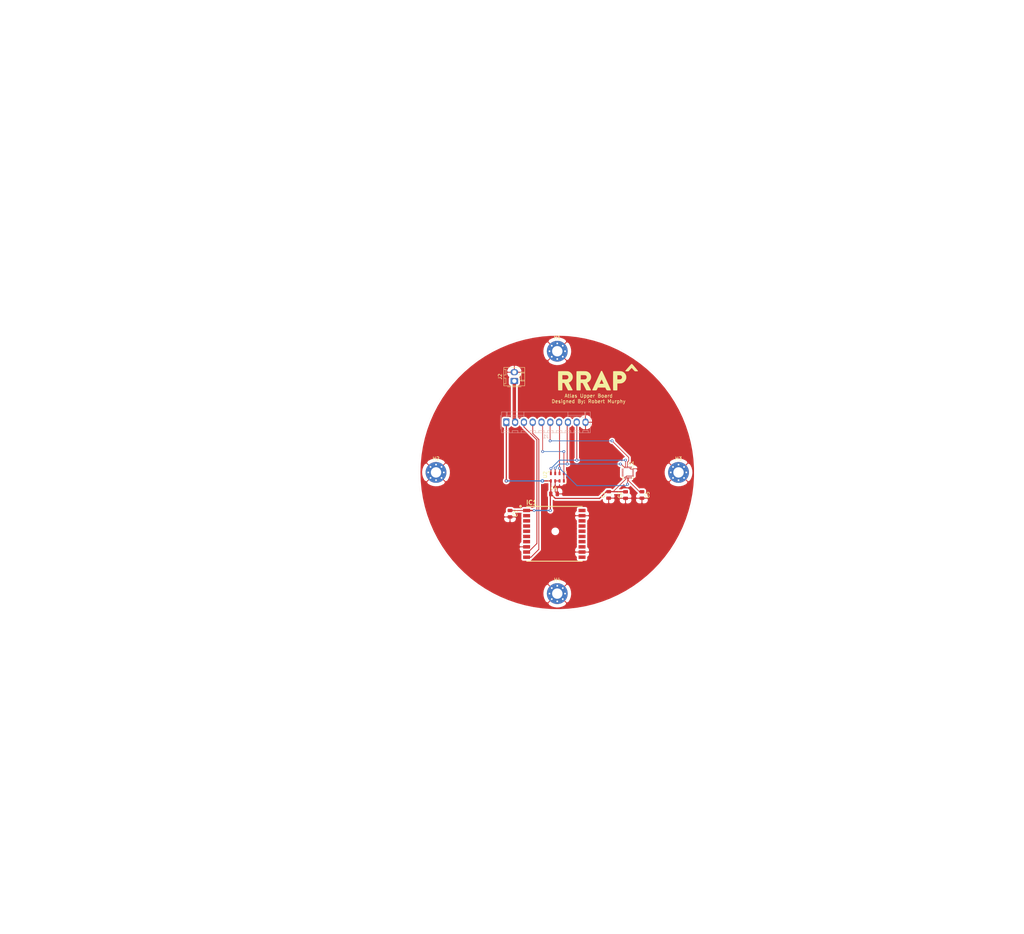
<source format=kicad_pcb>
(kicad_pcb (version 20171130) (host pcbnew "(5.1.5)-3")

  (general
    (thickness 1.6)
    (drawings 2)
    (tracks 136)
    (zones 0)
    (modules 16)
    (nets 41)
  )

  (page A3)
  (layers
    (0 F.Cu signal)
    (31 B.Cu signal)
    (32 B.Adhes user)
    (33 F.Adhes user)
    (34 B.Paste user)
    (35 F.Paste user)
    (36 B.SilkS user)
    (37 F.SilkS user)
    (38 B.Mask user)
    (39 F.Mask user)
    (40 Dwgs.User user)
    (41 Cmts.User user)
    (42 Eco1.User user)
    (43 Eco2.User user)
    (44 Edge.Cuts user)
    (45 Margin user)
    (46 B.CrtYd user)
    (47 F.CrtYd user)
    (48 B.Fab user)
    (49 F.Fab user)
  )

  (setup
    (last_trace_width 0.2)
    (user_trace_width 0.2)
    (user_trace_width 0.35)
    (user_trace_width 1)
    (user_trace_width 2)
    (user_trace_width 6)
    (trace_clearance 0.05)
    (zone_clearance 0.508)
    (zone_45_only yes)
    (trace_min 0.2)
    (via_size 0.8)
    (via_drill 0.4)
    (via_min_size 0.4)
    (via_min_drill 0.3)
    (uvia_size 0.3)
    (uvia_drill 0.1)
    (uvias_allowed no)
    (uvia_min_size 0.2)
    (uvia_min_drill 0.1)
    (edge_width 0.05)
    (segment_width 0.2)
    (pcb_text_width 0.3)
    (pcb_text_size 1.5 1.5)
    (mod_edge_width 0.12)
    (mod_text_size 1 1)
    (mod_text_width 0.15)
    (pad_size 6 6)
    (pad_drill 3)
    (pad_to_mask_clearance 0.051)
    (solder_mask_min_width 0.25)
    (aux_axis_origin 0 0)
    (visible_elements 7FFFFFFF)
    (pcbplotparams
      (layerselection 0x010fc_ffffffff)
      (usegerberextensions false)
      (usegerberattributes false)
      (usegerberadvancedattributes false)
      (creategerberjobfile false)
      (excludeedgelayer true)
      (linewidth 0.100000)
      (plotframeref false)
      (viasonmask false)
      (mode 1)
      (useauxorigin false)
      (hpglpennumber 1)
      (hpglpenspeed 20)
      (hpglpendiameter 15.000000)
      (psnegative false)
      (psa4output false)
      (plotreference true)
      (plotvalue true)
      (plotinvisibletext false)
      (padsonsilk false)
      (subtractmaskfromsilk false)
      (outputformat 1)
      (mirror false)
      (drillshape 1)
      (scaleselection 1)
      (outputdirectory ""))
  )

  (net 0 "")
  (net 1 GND)
  (net 2 +3V3)
  (net 3 "Net-(C5-Pad1)")
  (net 4 "Net-(IC1-Pad20)")
  (net 5 "Net-(IC1-Pad18)")
  (net 6 "Net-(IC1-Pad17)")
  (net 7 "Net-(IC1-Pad16)")
  (net 8 "Net-(IC1-Pad15)")
  (net 9 "Net-(IC1-Pad14)")
  (net 10 "Net-(IC1-Pad13)")
  (net 11 "Net-(IC1-Pad11)")
  (net 12 /RX)
  (net 13 /TX)
  (net 14 "Net-(IC1-Pad7)")
  (net 15 "Net-(IC1-Pad6)")
  (net 16 "Net-(IC1-Pad5)")
  (net 17 "Net-(IC1-Pad4)")
  (net 18 "Net-(IC1-Pad3)")
  (net 19 "Net-(IC1-Pad2)")
  (net 20 /SCLK)
  (net 21 /SDI)
  (net 22 /SDO)
  (net 23 /CS_Accel)
  (net 24 /CS_Barrom)
  (net 25 /Ignite)
  (net 26 "Net-(U1-Pad21)")
  (net 27 "Net-(U1-Pad19)")
  (net 28 "Net-(U1-Pad17)")
  (net 29 "Net-(U1-Pad16)")
  (net 30 "Net-(U1-Pad15)")
  (net 31 "Net-(U1-Pad14)")
  (net 32 "Net-(U1-Pad12)")
  (net 33 "Net-(U1-Pad11)")
  (net 34 "Net-(U1-Pad7)")
  (net 35 "Net-(U1-Pad6)")
  (net 36 "Net-(U1-Pad5)")
  (net 37 "Net-(U1-Pad4)")
  (net 38 "Net-(U1-Pad3)")
  (net 39 "Net-(U1-Pad2)")
  (net 40 "Net-(U1-Pad1)")

  (net_class Default "This is the default net class."
    (clearance 0.05)
    (trace_width 0.25)
    (via_dia 0.8)
    (via_drill 0.4)
    (uvia_dia 0.3)
    (uvia_drill 0.1)
    (add_net +3V3)
    (add_net /CS_Accel)
    (add_net /CS_Barrom)
    (add_net /Ignite)
    (add_net /RX)
    (add_net /SCLK)
    (add_net /SDI)
    (add_net /SDO)
    (add_net /TX)
    (add_net GND)
    (add_net "Net-(C5-Pad1)")
    (add_net "Net-(IC1-Pad11)")
    (add_net "Net-(IC1-Pad13)")
    (add_net "Net-(IC1-Pad14)")
    (add_net "Net-(IC1-Pad15)")
    (add_net "Net-(IC1-Pad16)")
    (add_net "Net-(IC1-Pad17)")
    (add_net "Net-(IC1-Pad18)")
    (add_net "Net-(IC1-Pad2)")
    (add_net "Net-(IC1-Pad20)")
    (add_net "Net-(IC1-Pad3)")
    (add_net "Net-(IC1-Pad4)")
    (add_net "Net-(IC1-Pad5)")
    (add_net "Net-(IC1-Pad6)")
    (add_net "Net-(IC1-Pad7)")
    (add_net "Net-(U1-Pad1)")
    (add_net "Net-(U1-Pad11)")
    (add_net "Net-(U1-Pad12)")
    (add_net "Net-(U1-Pad14)")
    (add_net "Net-(U1-Pad15)")
    (add_net "Net-(U1-Pad16)")
    (add_net "Net-(U1-Pad17)")
    (add_net "Net-(U1-Pad19)")
    (add_net "Net-(U1-Pad2)")
    (add_net "Net-(U1-Pad21)")
    (add_net "Net-(U1-Pad3)")
    (add_net "Net-(U1-Pad4)")
    (add_net "Net-(U1-Pad5)")
    (add_net "Net-(U1-Pad6)")
    (add_net "Net-(U1-Pad7)")
  )

  (module ICM-20948:RRAP_Carat (layer F.Cu) (tedit 5E4A01FC) (tstamp 5E4A7E85)
    (at 221.8944 119.4816)
    (fp_text reference G*** (at 0 0) (layer F.SilkS) hide
      (effects (font (size 1.524 1.524) (thickness 0.3)))
    )
    (fp_text value LOGO (at 0.75 0) (layer F.SilkS) hide
      (effects (font (size 1.524 1.524) (thickness 0.3)))
    )
    (fp_poly (pts (xy -0.324584 -0.796175) (xy -0.278194 -0.769354) (xy -0.233701 -0.724878) (xy -0.160924 -0.645967)
      (xy -0.064205 -0.53774) (xy 0.052116 -0.405319) (xy 0.183696 -0.253822) (xy 0.326196 -0.088371)
      (xy 0.475273 0.085915) (xy 0.626587 0.263916) (xy 0.775796 0.440511) (xy 0.918561 0.61058)
      (xy 1.050538 0.769003) (xy 1.167388 0.91066) (xy 1.26477 1.030431) (xy 1.338341 1.123195)
      (xy 1.383761 1.183833) (xy 1.397 1.206467) (xy 1.390551 1.250873) (xy 1.365105 1.28218)
      (xy 1.311505 1.302584) (xy 1.2206 1.314283) (xy 1.083235 1.319474) (xy 0.922337 1.320411)
      (xy 0.76774 1.318843) (xy 0.635402 1.314849) (xy 0.538724 1.309018) (xy 0.491108 1.301941)
      (xy 0.48986 1.301361) (xy 0.462028 1.276319) (xy 0.402492 1.216245) (xy 0.316981 1.127144)
      (xy 0.211223 1.015018) (xy 0.090946 0.885871) (xy 0.017689 0.806509) (xy -0.420468 0.330319)
      (xy -0.866472 0.806509) (xy -0.994343 0.942295) (xy -1.110845 1.064603) (xy -1.210206 1.167488)
      (xy -1.286651 1.245003) (xy -1.33441 1.291199) (xy -1.3468 1.301361) (xy -1.390691 1.308754)
      (xy -1.481959 1.314334) (xy -1.605716 1.318058) (xy -1.747074 1.319881) (xy -1.891145 1.319761)
      (xy -2.02304 1.317653) (xy -2.127873 1.313513) (xy -2.190755 1.307299) (xy -2.201334 1.303866)
      (xy -2.214932 1.269324) (xy -2.220634 1.206712) (xy -2.220552 1.195916) (xy -2.215541 1.168984)
      (xy -2.199521 1.133281) (xy -2.169485 1.085111) (xy -2.122423 1.02078) (xy -2.055328 0.936592)
      (xy -1.96519 0.828853) (xy -1.849003 0.693867) (xy -1.703756 0.52794) (xy -1.526443 0.327376)
      (xy -1.370959 0.1524) (xy -1.170641 -0.072392) (xy -1.003405 -0.25915) (xy -0.865796 -0.411386)
      (xy -0.754358 -0.532615) (xy -0.665636 -0.626351) (xy -0.596174 -0.696106) (xy -0.542516 -0.745395)
      (xy -0.501207 -0.777731) (xy -0.468792 -0.796627) (xy -0.441815 -0.805598) (xy -0.426723 -0.807683)
      (xy -0.324584 -0.796175)) (layer F.SilkS) (width 0.01))
  )

  (module ICM-20948:RRAP_Logo (layer F.Cu) (tedit 5E49FFFF) (tstamp 5E4A75A8)
    (at 211.4042 123.5202)
    (attr smd)
    (fp_text reference G*** (at 0 0) (layer F.SilkS) hide
      (effects (font (size 1.524 1.524) (thickness 0.3)))
    )
    (fp_text value LOGO (at 0.75 0) (layer F.SilkS) hide
      (effects (font (size 1.524 1.524) (thickness 0.3)))
    )
    (fp_poly (pts (xy 5.889051 -2.765272) (xy 6.134105 -2.763144) (xy 6.373278 -2.75913) (xy 6.5979 -2.753269)
      (xy 6.799306 -2.7456) (xy 6.968826 -2.73616) (xy 7.097793 -2.724988) (xy 7.172545 -2.713362)
      (xy 7.45821 -2.614805) (xy 7.728328 -2.461859) (xy 7.973405 -2.263347) (xy 8.183945 -2.028092)
      (xy 8.350453 -1.764916) (xy 8.450131 -1.526291) (xy 8.499811 -1.303947) (xy 8.520124 -1.053263)
      (xy 8.511141 -0.798897) (xy 8.472936 -0.565508) (xy 8.447035 -0.47625) (xy 8.306658 -0.156727)
      (xy 8.118295 0.123839) (xy 7.885827 0.361621) (xy 7.613136 0.552789) (xy 7.304104 0.693517)
      (xy 7.239 0.715048) (xy 7.136972 0.73925) (xy 6.999715 0.758079) (xy 6.818708 0.77235)
      (xy 6.585429 0.782875) (xy 6.500812 0.785515) (xy 5.93725 0.801627) (xy 5.93725 1.759713)
      (xy 5.936484 2.056644) (xy 5.934073 2.294606) (xy 5.929844 2.478113) (xy 5.923624 2.611679)
      (xy 5.915241 2.699819) (xy 5.904521 2.747046) (xy 5.89915 2.7559) (xy 5.857548 2.771732)
      (xy 5.766323 2.783133) (xy 5.621434 2.790368) (xy 5.418842 2.7937) (xy 5.318125 2.794)
      (xy 5.090697 2.792191) (xy 4.92263 2.786589) (xy 4.809884 2.77693) (xy 4.748419 2.762946)
      (xy 4.7371 2.7559) (xy 4.730039 2.717705) (xy 4.723638 2.621681) (xy 4.717896 2.473495)
      (xy 4.712814 2.278813) (xy 4.708392 2.043302) (xy 4.704629 1.772629) (xy 4.701526 1.472462)
      (xy 4.699082 1.148467) (xy 4.697298 0.806311) (xy 4.696174 0.451662) (xy 4.695709 0.090185)
      (xy 4.695904 -0.272451) (xy 4.696162 -0.381) (xy 5.93725 -0.381) (xy 6.342062 -0.381178)
      (xy 6.508439 -0.383889) (xy 6.662908 -0.391142) (xy 6.788328 -0.401835) (xy 6.867554 -0.414866)
      (xy 6.867999 -0.414989) (xy 6.96323 -0.458328) (xy 7.065905 -0.529641) (xy 7.10833 -0.567831)
      (xy 7.224787 -0.72375) (xy 7.284607 -0.893534) (xy 7.289699 -1.066463) (xy 7.241975 -1.231817)
      (xy 7.143344 -1.378875) (xy 6.995716 -1.496918) (xy 6.937375 -1.527307) (xy 6.871821 -1.552305)
      (xy 6.793563 -1.569383) (xy 6.689602 -1.579915) (xy 6.546942 -1.585271) (xy 6.373812 -1.586803)
      (xy 5.93725 -1.5875) (xy 5.93725 -0.381) (xy 4.696162 -0.381) (xy 4.696758 -0.63058)
      (xy 4.698272 -0.978535) (xy 4.700446 -1.310649) (xy 4.703279 -1.621255) (xy 4.706772 -1.904686)
      (xy 4.710924 -2.155275) (xy 4.715736 -2.367355) (xy 4.721208 -2.535258) (xy 4.727339 -2.653319)
      (xy 4.73413 -2.71587) (xy 4.7371 -2.724151) (xy 4.780621 -2.736296) (xy 4.878937 -2.746287)
      (xy 5.023379 -2.754162) (xy 5.20528 -2.75996) (xy 5.415971 -2.763719) (xy 5.646784 -2.765477)
      (xy 5.889051 -2.765272)) (layer F.SilkS) (width 0.01))
    (fp_poly (pts (xy 1.484253 -2.834114) (xy 1.531864 -2.801938) (xy 1.553171 -2.76443) (xy 1.598457 -2.674413)
      (xy 1.665448 -2.536794) (xy 1.751869 -2.35648) (xy 1.855448 -2.138379) (xy 1.973911 -1.887398)
      (xy 2.104983 -1.608444) (xy 2.246392 -1.306425) (xy 2.395863 -0.986249) (xy 2.551122 -0.652822)
      (xy 2.709897 -0.311052) (xy 2.869913 0.034154) (xy 3.028896 0.377887) (xy 3.184573 0.715242)
      (xy 3.33467 1.04131) (xy 3.476914 1.351184) (xy 3.60903 1.639957) (xy 3.728744 1.902721)
      (xy 3.833784 2.134569) (xy 3.921876 2.330594) (xy 3.990745 2.485887) (xy 4.038118 2.595543)
      (xy 4.061721 2.654653) (xy 4.064 2.663168) (xy 4.058678 2.708733) (xy 4.037249 2.742399)
      (xy 3.991522 2.765929) (xy 3.9133 2.781086) (xy 3.794392 2.789635) (xy 3.626603 2.793339)
      (xy 3.45617 2.794) (xy 3.243095 2.793609) (xy 3.082587 2.788236) (xy 2.963724 2.771582)
      (xy 2.875588 2.737347) (xy 2.807258 2.679232) (xy 2.747814 2.590936) (xy 2.686336 2.466161)
      (xy 2.61686 2.309812) (xy 2.466013 1.9685) (xy 0.314005 1.9685) (xy 0.233733 2.151062)
      (xy 0.142517 2.355118) (xy 0.070224 2.507819) (xy 0.012459 2.616877) (xy -0.035175 2.689999)
      (xy -0.077074 2.734897) (xy -0.111584 2.756681) (xy -0.181706 2.772676) (xy -0.309234 2.784479)
      (xy -0.48819 2.791711) (xy -0.697727 2.794) (xy -0.894828 2.792989) (xy -1.037992 2.789384)
      (xy -1.136757 2.782327) (xy -1.200662 2.770957) (xy -1.239246 2.754418) (xy -1.251858 2.744107)
      (xy -1.291805 2.693995) (xy -1.30175 2.668973) (xy -1.288684 2.636347) (xy -1.250988 2.551053)
      (xy -1.190918 2.417948) (xy -1.110729 2.241892) (xy -1.012676 2.027743) (xy -0.899015 1.780361)
      (xy -0.772 1.504603) (xy -0.633887 1.205329) (xy -0.487672 0.889) (xy 0.79455 0.889)
      (xy 1.381525 0.889) (xy 1.566684 0.888053) (xy 1.727847 0.885421) (xy 1.855127 0.881414)
      (xy 1.93864 0.876343) (xy 1.9685 0.870544) (xy 1.955685 0.835812) (xy 1.920481 0.754212)
      (xy 1.867752 0.636232) (xy 1.802357 0.49236) (xy 1.729161 0.333083) (xy 1.653023 0.168891)
      (xy 1.578807 0.010269) (xy 1.511375 -0.132294) (xy 1.455587 -0.24831) (xy 1.416307 -0.327291)
      (xy 1.398793 -0.358378) (xy 1.378205 -0.33913) (xy 1.335023 -0.266172) (xy 1.271554 -0.14421)
      (xy 1.190106 0.022053) (xy 1.092987 0.227912) (xy 0.982505 0.468663) (xy 0.868648 0.722312)
      (xy 0.79455 0.889) (xy -0.487672 0.889) (xy -0.486931 0.887398) (xy -0.333387 0.555668)
      (xy -0.175511 0.214998) (xy -0.015557 -0.129752) (xy 0.144219 -0.473724) (xy 0.301562 -0.81206)
      (xy 0.454217 -1.1399) (xy 0.599928 -1.452386) (xy 0.736441 -1.744658) (xy 0.8615 -2.011858)
      (xy 0.97285 -2.249128) (xy 1.068236 -2.451607) (xy 1.145403 -2.614438) (xy 1.202095 -2.732762)
      (xy 1.236057 -2.801719) (xy 1.244912 -2.817813) (xy 1.30699 -2.850254) (xy 1.396448 -2.855153)
      (xy 1.484253 -2.834114)) (layer F.SilkS) (width 0.01))
    (fp_poly (pts (xy -4.382941 -2.765965) (xy -4.117615 -2.763793) (xy -3.860073 -2.760072) (xy -3.618233 -2.754831)
      (xy -3.400011 -2.748097) (xy -3.213325 -2.739899) (xy -3.066094 -2.730267) (xy -2.966233 -2.719227)
      (xy -2.938536 -2.713724) (xy -2.63678 -2.604727) (xy -2.365624 -2.446634) (xy -2.12968 -2.24625)
      (xy -1.933557 -2.010375) (xy -1.781866 -1.745813) (xy -1.679218 -1.459367) (xy -1.630223 -1.157838)
      (xy -1.639492 -0.84803) (xy -1.645466 -0.805897) (xy -1.723833 -0.50392) (xy -1.859302 -0.221521)
      (xy -2.046779 0.034527) (xy -2.281171 0.257452) (xy -2.557384 0.440481) (xy -2.599615 0.462799)
      (xy -2.790082 0.560473) (xy -2.236416 1.589326) (xy -2.110313 1.824659) (xy -1.994292 2.043106)
      (xy -1.891706 2.238206) (xy -1.805908 2.403501) (xy -1.740249 2.532529) (xy -1.698082 2.618831)
      (xy -1.682761 2.655947) (xy -1.68275 2.656196) (xy -1.703365 2.707392) (xy -1.733319 2.744782)
      (xy -1.758971 2.762558) (xy -1.800885 2.775349) (xy -1.867865 2.783714) (xy -1.968716 2.788214)
      (xy -2.112243 2.78941) (xy -2.307251 2.787863) (xy -2.392131 2.786737) (xy -3.000375 2.778125)
      (xy -3.542371 1.7145) (xy -4.084366 0.650875) (xy -4.6355 0.632527) (xy -4.6355 1.675163)
      (xy -4.636182 1.984892) (xy -4.638332 2.235559) (xy -4.642106 2.431592) (xy -4.647661 2.577417)
      (xy -4.655151 2.677459) (xy -4.664733 2.736144) (xy -4.673601 2.7559) (xy -4.715202 2.771732)
      (xy -4.806427 2.783133) (xy -4.951316 2.790368) (xy -5.153908 2.7937) (xy -5.254625 2.794)
      (xy -5.482053 2.792191) (xy -5.65012 2.786589) (xy -5.762866 2.77693) (xy -5.824331 2.762946)
      (xy -5.83565 2.7559) (xy -5.842711 2.717705) (xy -5.849112 2.621681) (xy -5.854854 2.473495)
      (xy -5.859936 2.278813) (xy -5.864358 2.043302) (xy -5.868121 1.772629) (xy -5.871224 1.472462)
      (xy -5.873668 1.148467) (xy -5.875452 0.806311) (xy -5.876576 0.451662) (xy -5.877041 0.090185)
      (xy -5.876846 -0.272451) (xy -5.875992 -0.63058) (xy -5.874478 -0.978535) (xy -5.872304 -1.310649)
      (xy -5.86949 -1.61925) (xy -4.6355 -1.61925) (xy -4.6355 -0.381) (xy -4.021113 -0.381)
      (xy -3.778406 -0.383093) (xy -3.576619 -0.389144) (xy -3.42237 -0.398817) (xy -3.32228 -0.411775)
      (xy -3.298801 -0.417832) (xy -3.129626 -0.505217) (xy -2.999651 -0.631694) (xy -2.912265 -0.785862)
      (xy -2.870857 -0.956318) (xy -2.878818 -1.131661) (xy -2.939535 -1.300487) (xy -3.007098 -1.399199)
      (xy -3.069754 -1.468136) (xy -3.133237 -1.521061) (xy -3.206802 -1.560061) (xy -3.299706 -1.587222)
      (xy -3.421206 -1.604631) (xy -3.580556 -1.614373) (xy -3.787013 -1.618535) (xy -3.983361 -1.61925)
      (xy -4.6355 -1.61925) (xy -5.86949 -1.61925) (xy -5.869471 -1.621255) (xy -5.865978 -1.904686)
      (xy -5.861826 -2.155275) (xy -5.857014 -2.367355) (xy -5.851542 -2.535258) (xy -5.845411 -2.653319)
      (xy -5.83862 -2.71587) (xy -5.83565 -2.724151) (xy -5.793088 -2.735398) (xy -5.694968 -2.744868)
      (xy -5.549209 -2.752589) (xy -5.363728 -2.758591) (xy -5.146444 -2.762901) (xy -4.905273 -2.765547)
      (xy -4.648132 -2.766559) (xy -4.382941 -2.765965)) (layer F.SilkS) (width 0.01))
    (fp_poly (pts (xy -9.685191 -2.765965) (xy -9.419865 -2.763793) (xy -9.162323 -2.760072) (xy -8.920483 -2.754831)
      (xy -8.702261 -2.748097) (xy -8.515575 -2.739899) (xy -8.368344 -2.730267) (xy -8.268483 -2.719227)
      (xy -8.240786 -2.713724) (xy -7.93903 -2.604727) (xy -7.667874 -2.446634) (xy -7.43193 -2.24625)
      (xy -7.235807 -2.010375) (xy -7.084116 -1.745813) (xy -6.981468 -1.459367) (xy -6.932473 -1.157838)
      (xy -6.941742 -0.84803) (xy -6.947716 -0.805897) (xy -7.025572 -0.506586) (xy -7.160101 -0.224927)
      (xy -7.345198 0.030992) (xy -7.574761 0.25308) (xy -7.842684 0.433249) (xy -7.90868 0.467704)
      (xy -8.093072 0.559097) (xy -7.539036 1.588638) (xy -7.41289 1.824051) (xy -7.296824 2.042579)
      (xy -7.194192 2.237764) (xy -7.108343 2.403148) (xy -7.042629 2.532275) (xy -7.000402 2.618685)
      (xy -6.985013 2.655922) (xy -6.985 2.656196) (xy -7.005615 2.707392) (xy -7.035569 2.744782)
      (xy -7.061221 2.762558) (xy -7.103135 2.775349) (xy -7.170115 2.783714) (xy -7.270966 2.788214)
      (xy -7.414493 2.78941) (xy -7.609501 2.787863) (xy -7.694381 2.786737) (xy -8.302625 2.778125)
      (xy -8.844621 1.7145) (xy -9.386616 0.650875) (xy -9.93775 0.632527) (xy -9.93775 1.675163)
      (xy -9.938432 1.984892) (xy -9.940582 2.235559) (xy -9.944356 2.431592) (xy -9.949911 2.577417)
      (xy -9.957401 2.677459) (xy -9.966983 2.736144) (xy -9.975851 2.7559) (xy -10.017452 2.771732)
      (xy -10.108677 2.783133) (xy -10.253566 2.790368) (xy -10.456158 2.7937) (xy -10.556876 2.794)
      (xy -10.784303 2.792191) (xy -10.95237 2.786589) (xy -11.065116 2.77693) (xy -11.126581 2.762946)
      (xy -11.1379 2.7559) (xy -11.144961 2.717705) (xy -11.151362 2.621681) (xy -11.157104 2.473495)
      (xy -11.162186 2.278813) (xy -11.166608 2.043302) (xy -11.170371 1.772629) (xy -11.173474 1.472462)
      (xy -11.175918 1.148467) (xy -11.177702 0.806311) (xy -11.178826 0.451662) (xy -11.179291 0.090185)
      (xy -11.179096 -0.272451) (xy -11.178242 -0.63058) (xy -11.176728 -0.978535) (xy -11.174554 -1.310649)
      (xy -11.17174 -1.61925) (xy -9.93775 -1.61925) (xy -9.93775 -0.381) (xy -9.323363 -0.381)
      (xy -9.080656 -0.383093) (xy -8.878869 -0.389144) (xy -8.72462 -0.398817) (xy -8.62453 -0.411775)
      (xy -8.601051 -0.417832) (xy -8.431876 -0.505217) (xy -8.301901 -0.631694) (xy -8.214515 -0.785862)
      (xy -8.173107 -0.956318) (xy -8.181068 -1.131661) (xy -8.241785 -1.300487) (xy -8.309348 -1.399199)
      (xy -8.372004 -1.468136) (xy -8.435487 -1.521061) (xy -8.509052 -1.560061) (xy -8.601956 -1.587222)
      (xy -8.723456 -1.604631) (xy -8.882806 -1.614373) (xy -9.089263 -1.618535) (xy -9.285611 -1.61925)
      (xy -9.93775 -1.61925) (xy -11.17174 -1.61925) (xy -11.171721 -1.621255) (xy -11.168228 -1.904686)
      (xy -11.164076 -2.155275) (xy -11.159264 -2.367355) (xy -11.153792 -2.535258) (xy -11.147661 -2.653319)
      (xy -11.14087 -2.71587) (xy -11.1379 -2.724151) (xy -11.095338 -2.735398) (xy -10.997218 -2.744868)
      (xy -10.851459 -2.752589) (xy -10.665978 -2.758591) (xy -10.448694 -2.762901) (xy -10.207523 -2.765547)
      (xy -9.950382 -2.766559) (xy -9.685191 -2.765965)) (layer F.SilkS) (width 0.01))
  )

  (module MountingHole:MountingHole_3mm_Pad_Via (layer F.Cu) (tedit 56DDBED4) (tstamp 5E4A6470)
    (at 200 185)
    (descr "Mounting Hole 3mm")
    (tags "mounting hole 3mm")
    (path /5E4BD731)
    (attr virtual)
    (fp_text reference H4 (at 0 -4) (layer F.SilkS)
      (effects (font (size 1 1) (thickness 0.15)))
    )
    (fp_text value MountingHole_Pad (at 0 4) (layer F.Fab)
      (effects (font (size 1 1) (thickness 0.15)))
    )
    (fp_circle (center 0 0) (end 3.25 0) (layer F.CrtYd) (width 0.05))
    (fp_circle (center 0 0) (end 3 0) (layer Cmts.User) (width 0.15))
    (fp_text user %R (at 0.3 0) (layer F.Fab)
      (effects (font (size 1 1) (thickness 0.15)))
    )
    (pad 1 thru_hole circle (at 1.59099 -1.59099) (size 0.8 0.8) (drill 0.5) (layers *.Cu *.Mask)
      (net 1 GND))
    (pad 1 thru_hole circle (at 0 -2.25) (size 0.8 0.8) (drill 0.5) (layers *.Cu *.Mask)
      (net 1 GND))
    (pad 1 thru_hole circle (at -1.59099 -1.59099) (size 0.8 0.8) (drill 0.5) (layers *.Cu *.Mask)
      (net 1 GND))
    (pad 1 thru_hole circle (at -2.25 0) (size 0.8 0.8) (drill 0.5) (layers *.Cu *.Mask)
      (net 1 GND))
    (pad 1 thru_hole circle (at -1.59099 1.59099) (size 0.8 0.8) (drill 0.5) (layers *.Cu *.Mask)
      (net 1 GND))
    (pad 1 thru_hole circle (at 0 2.25) (size 0.8 0.8) (drill 0.5) (layers *.Cu *.Mask)
      (net 1 GND))
    (pad 1 thru_hole circle (at 1.59099 1.59099) (size 0.8 0.8) (drill 0.5) (layers *.Cu *.Mask)
      (net 1 GND))
    (pad 1 thru_hole circle (at 2.25 0) (size 0.8 0.8) (drill 0.5) (layers *.Cu *.Mask)
      (net 1 GND))
    (pad 1 thru_hole circle (at 0 0) (size 6 6) (drill 3) (layers *.Cu *.Mask)
      (net 1 GND))
  )

  (module MountingHole:MountingHole_3mm_Pad_Via (layer F.Cu) (tedit 56DDBED4) (tstamp 5E4A6460)
    (at 235 150)
    (descr "Mounting Hole 3mm")
    (tags "mounting hole 3mm")
    (path /5E4BB0CA)
    (attr virtual)
    (fp_text reference H3 (at 0 -4) (layer F.SilkS)
      (effects (font (size 1 1) (thickness 0.15)))
    )
    (fp_text value MountingHole_Pad (at 0 4) (layer F.Fab)
      (effects (font (size 1 1) (thickness 0.15)))
    )
    (fp_circle (center 0 0) (end 3.25 0) (layer F.CrtYd) (width 0.05))
    (fp_circle (center 0 0) (end 3 0) (layer Cmts.User) (width 0.15))
    (fp_text user %R (at 0.3 0) (layer F.Fab)
      (effects (font (size 1 1) (thickness 0.15)))
    )
    (pad 1 thru_hole circle (at 1.59099 -1.59099) (size 0.8 0.8) (drill 0.5) (layers *.Cu *.Mask)
      (net 1 GND))
    (pad 1 thru_hole circle (at 0 -2.25) (size 0.8 0.8) (drill 0.5) (layers *.Cu *.Mask)
      (net 1 GND))
    (pad 1 thru_hole circle (at -1.59099 -1.59099) (size 0.8 0.8) (drill 0.5) (layers *.Cu *.Mask)
      (net 1 GND))
    (pad 1 thru_hole circle (at -2.25 0) (size 0.8 0.8) (drill 0.5) (layers *.Cu *.Mask)
      (net 1 GND))
    (pad 1 thru_hole circle (at -1.59099 1.59099) (size 0.8 0.8) (drill 0.5) (layers *.Cu *.Mask)
      (net 1 GND))
    (pad 1 thru_hole circle (at 0 2.25) (size 0.8 0.8) (drill 0.5) (layers *.Cu *.Mask)
      (net 1 GND))
    (pad 1 thru_hole circle (at 1.59099 1.59099) (size 0.8 0.8) (drill 0.5) (layers *.Cu *.Mask)
      (net 1 GND))
    (pad 1 thru_hole circle (at 2.25 0) (size 0.8 0.8) (drill 0.5) (layers *.Cu *.Mask)
      (net 1 GND))
    (pad 1 thru_hole circle (at 0 0) (size 6 6) (drill 3) (layers *.Cu *.Mask)
      (net 1 GND))
  )

  (module MountingHole:MountingHole_3mm_Pad_Via (layer F.Cu) (tedit 56DDBED4) (tstamp 5E4A6450)
    (at 165 150)
    (descr "Mounting Hole 3mm")
    (tags "mounting hole 3mm")
    (path /5E4B8D6F)
    (attr virtual)
    (fp_text reference H2 (at 0 -4) (layer F.SilkS)
      (effects (font (size 1 1) (thickness 0.15)))
    )
    (fp_text value MountingHole_Pad (at 0 4) (layer F.Fab)
      (effects (font (size 1 1) (thickness 0.15)))
    )
    (fp_circle (center 0 0) (end 3.25 0) (layer F.CrtYd) (width 0.05))
    (fp_circle (center 0 0) (end 3 0) (layer Cmts.User) (width 0.15))
    (fp_text user %R (at 0.3 0) (layer F.Fab)
      (effects (font (size 1 1) (thickness 0.15)))
    )
    (pad 1 thru_hole circle (at 1.59099 -1.59099) (size 0.8 0.8) (drill 0.5) (layers *.Cu *.Mask)
      (net 1 GND))
    (pad 1 thru_hole circle (at 0 -2.25) (size 0.8 0.8) (drill 0.5) (layers *.Cu *.Mask)
      (net 1 GND))
    (pad 1 thru_hole circle (at -1.59099 -1.59099) (size 0.8 0.8) (drill 0.5) (layers *.Cu *.Mask)
      (net 1 GND))
    (pad 1 thru_hole circle (at -2.25 0) (size 0.8 0.8) (drill 0.5) (layers *.Cu *.Mask)
      (net 1 GND))
    (pad 1 thru_hole circle (at -1.59099 1.59099) (size 0.8 0.8) (drill 0.5) (layers *.Cu *.Mask)
      (net 1 GND))
    (pad 1 thru_hole circle (at 0 2.25) (size 0.8 0.8) (drill 0.5) (layers *.Cu *.Mask)
      (net 1 GND))
    (pad 1 thru_hole circle (at 1.59099 1.59099) (size 0.8 0.8) (drill 0.5) (layers *.Cu *.Mask)
      (net 1 GND))
    (pad 1 thru_hole circle (at 2.25 0) (size 0.8 0.8) (drill 0.5) (layers *.Cu *.Mask)
      (net 1 GND))
    (pad 1 thru_hole circle (at 0 0) (size 6 6) (drill 3) (layers *.Cu *.Mask)
      (net 1 GND))
  )

  (module MountingHole:MountingHole_3mm_Pad_Via (layer F.Cu) (tedit 56DDBED4) (tstamp 5E4A6440)
    (at 200 115)
    (descr "Mounting Hole 3mm")
    (tags "mounting hole 3mm")
    (path /5E4BC498)
    (attr virtual)
    (fp_text reference H1 (at 0 -4) (layer F.SilkS)
      (effects (font (size 1 1) (thickness 0.15)))
    )
    (fp_text value MountingHole_Pad (at 0 4) (layer F.Fab)
      (effects (font (size 1 1) (thickness 0.15)))
    )
    (fp_circle (center 0 0) (end 3.25 0) (layer F.CrtYd) (width 0.05))
    (fp_circle (center 0 0) (end 3 0) (layer Cmts.User) (width 0.15))
    (fp_text user %R (at 0.3 0) (layer F.Fab)
      (effects (font (size 1 1) (thickness 0.15)))
    )
    (pad 1 thru_hole circle (at 1.59099 -1.59099) (size 0.8 0.8) (drill 0.5) (layers *.Cu *.Mask)
      (net 1 GND))
    (pad 1 thru_hole circle (at 0 -2.25) (size 0.8 0.8) (drill 0.5) (layers *.Cu *.Mask)
      (net 1 GND))
    (pad 1 thru_hole circle (at -1.59099 -1.59099) (size 0.8 0.8) (drill 0.5) (layers *.Cu *.Mask)
      (net 1 GND))
    (pad 1 thru_hole circle (at -2.25 0) (size 0.8 0.8) (drill 0.5) (layers *.Cu *.Mask)
      (net 1 GND))
    (pad 1 thru_hole circle (at -1.59099 1.59099) (size 0.8 0.8) (drill 0.5) (layers *.Cu *.Mask)
      (net 1 GND))
    (pad 1 thru_hole circle (at 0 2.25) (size 0.8 0.8) (drill 0.5) (layers *.Cu *.Mask)
      (net 1 GND))
    (pad 1 thru_hole circle (at 1.59099 1.59099) (size 0.8 0.8) (drill 0.5) (layers *.Cu *.Mask)
      (net 1 GND))
    (pad 1 thru_hole circle (at 2.25 0) (size 0.8 0.8) (drill 0.5) (layers *.Cu *.Mask)
      (net 1 GND))
    (pad 1 thru_hole circle (at 0 0) (size 6 6) (drill 3) (layers *.Cu *.Mask)
      (net 1 GND))
  )

  (module Package_LGA:LGA-8_3x5mm_P1.25mm (layer F.Cu) (tedit 5A02F217) (tstamp 5E3D88EF)
    (at 200.025 151.384 90)
    (descr LGA-8)
    (tags "lga land grid array")
    (path /5E2EFA4F)
    (attr smd)
    (fp_text reference U2 (at 0.7112 -3.5306 90) (layer F.SilkS)
      (effects (font (size 1 1) (thickness 0.15)))
    )
    (fp_text value MS5607-02BA (at 0 3.65 90) (layer F.Fab)
      (effects (font (size 1 1) (thickness 0.15)))
    )
    (fp_line (start 1.8 2.75) (end -1.8 2.75) (layer F.CrtYd) (width 0.05))
    (fp_line (start 1.8 2.75) (end 1.8 -2.75) (layer F.CrtYd) (width 0.05))
    (fp_line (start -1.8 -2.75) (end -1.8 2.75) (layer F.CrtYd) (width 0.05))
    (fp_line (start -1.8 -2.75) (end 1.8 -2.75) (layer F.CrtYd) (width 0.05))
    (fp_line (start -1.55 -2.6) (end -0.6 -2.6) (layer F.SilkS) (width 0.12))
    (fp_line (start -1.65 2.6) (end -1.65 2.1) (layer F.SilkS) (width 0.12))
    (fp_line (start -1.15 2.6) (end -1.65 2.6) (layer F.SilkS) (width 0.12))
    (fp_line (start 1.65 2.6) (end 1.15 2.6) (layer F.SilkS) (width 0.12))
    (fp_line (start 1.65 2.1) (end 1.65 2.6) (layer F.SilkS) (width 0.12))
    (fp_line (start 1.65 -2.6) (end 1.65 -2.1) (layer F.SilkS) (width 0.12))
    (fp_line (start 1.15 -2.6) (end 1.65 -2.6) (layer F.SilkS) (width 0.12))
    (fp_line (start -0.75 -2.5) (end 1.5 -2.5) (layer F.Fab) (width 0.1))
    (fp_line (start -1.5 -1.75) (end -0.75 -2.5) (layer F.Fab) (width 0.1))
    (fp_line (start -1.5 2.5) (end -1.5 -1.75) (layer F.Fab) (width 0.1))
    (fp_line (start 1.5 2.5) (end -1.5 2.5) (layer F.Fab) (width 0.1))
    (fp_line (start 1.5 -2.5) (end 1.5 2.5) (layer F.Fab) (width 0.1))
    (fp_text user %R (at 0 0 90) (layer F.Fab)
      (effects (font (size 0.5 0.5) (thickness 0.075)))
    )
    (pad 5 smd rect (at 1.075 1.875 90) (size 0.95 0.55) (layers F.Cu F.Paste F.Mask)
      (net 24 /CS_Barrom))
    (pad 6 smd rect (at 1.075 0.625 90) (size 0.95 0.55) (layers F.Cu F.Paste F.Mask)
      (net 22 /SDO))
    (pad 7 smd rect (at 1.075 -0.625 90) (size 0.95 0.55) (layers F.Cu F.Paste F.Mask)
      (net 21 /SDI))
    (pad 8 smd rect (at 1.075 -1.875 90) (size 0.95 0.55) (layers F.Cu F.Paste F.Mask)
      (net 20 /SCLK))
    (pad 3 smd rect (at -1.075 0.625 90) (size 0.95 0.55) (layers F.Cu F.Paste F.Mask)
      (net 1 GND))
    (pad 2 smd rect (at -1.075 -0.625 90) (size 0.95 0.55) (layers F.Cu F.Paste F.Mask)
      (net 1 GND))
    (pad 1 smd rect (at -1.075 -1.875 90) (size 0.95 0.55) (layers F.Cu F.Paste F.Mask)
      (net 2 +3V3))
    (pad 4 smd rect (at -1.075 1.875 90) (size 0.95 0.55) (layers F.Cu F.Paste F.Mask)
      (net 24 /CS_Barrom))
    (model ${KISYS3DMOD}/Package_LGA.3dshapes/LGA-8_3x5mm_P1.25mm.wrl
      (at (xyz 0 0 0))
      (scale (xyz 1 1 1))
      (rotate (xyz 0 0 0))
    )
  )

  (module Sensor_Motion:InvenSense_QFN-24_3x3mm_P0.4mm (layer F.Cu) (tedit 5B5A6A65) (tstamp 5E3D88D2)
    (at 220.3704 150.0378)
    (descr "24-Lead Plastic QFN (3mm x 3mm); Pitch 0.4mm; EP 1.7x1.54mm; for InvenSense motion sensors; keepout area marked (Package see: https://store.invensense.com/datasheets/invensense/MPU9250REV1.0.pdf; See also https://www.invensense.com/wp-content/uploads/2015/02/InvenSense-MEMS-Handling.pdf)")
    (tags "QFN 0.4")
    (path /5E2EE9B7)
    (attr smd)
    (fp_text reference U1 (at 1.016 -2.6162) (layer F.SilkS)
      (effects (font (size 1 1) (thickness 0.15)))
    )
    (fp_text value ICM-20948 (at 6.8326 0.1016) (layer F.Fab)
      (effects (font (size 1 1) (thickness 0.15)))
    )
    (fp_text user Component (at 0 0.55) (layer Cmts.User)
      (effects (font (size 0.2 0.2) (thickness 0.04)))
    )
    (fp_text user "Directly Below" (at 0 0.25) (layer Cmts.User)
      (effects (font (size 0.2 0.2) (thickness 0.04)))
    )
    (fp_text user "No Copper" (at 0 -0.1) (layer Cmts.User)
      (effects (font (size 0.2 0.2) (thickness 0.04)))
    )
    (fp_text user KEEPOUT (at 0 -0.5) (layer Cmts.User)
      (effects (font (size 0.2 0.2) (thickness 0.04)))
    )
    (fp_line (start -0.535 -0.795) (end -0.875 -0.455) (layer Dwgs.User) (width 0.05))
    (fp_line (start -0.035 -0.795) (end -0.875 0.045) (layer Dwgs.User) (width 0.05))
    (fp_line (start 0.465 -0.795) (end -0.875 0.545) (layer Dwgs.User) (width 0.05))
    (fp_line (start 0.875 -0.705) (end -0.625 0.795) (layer Dwgs.User) (width 0.05))
    (fp_line (start 0.875 -0.205) (end -0.125 0.795) (layer Dwgs.User) (width 0.05))
    (fp_line (start 0.875 0.295) (end 0.375 0.795) (layer Dwgs.User) (width 0.05))
    (fp_line (start 0.875 -0.795) (end 0.875 0.795) (layer Dwgs.User) (width 0.05))
    (fp_line (start -0.875 0.795) (end 0.875 0.795) (layer Dwgs.User) (width 0.05))
    (fp_line (start -0.875 -0.795) (end -0.875 0.795) (layer Dwgs.User) (width 0.05))
    (fp_line (start -0.875 -0.795) (end 0.875 -0.795) (layer Dwgs.User) (width 0.05))
    (fp_line (start -1.6 -1.6) (end -1.2 -1.6) (layer F.SilkS) (width 0.15))
    (fp_line (start 1.6 -1.6) (end 1.2 -1.6) (layer F.SilkS) (width 0.15))
    (fp_line (start 1.6 -1.6) (end 1.6 -1.2) (layer F.SilkS) (width 0.15))
    (fp_line (start 1.6 1.6) (end 1.2 1.6) (layer F.SilkS) (width 0.15))
    (fp_line (start 1.6 1.6) (end 1.6 1.2) (layer F.SilkS) (width 0.15))
    (fp_line (start -1.6 1.6) (end -1.2 1.6) (layer F.SilkS) (width 0.15))
    (fp_line (start -1.6 1.6) (end -1.6 1.2) (layer F.SilkS) (width 0.15))
    (fp_line (start -2.05 -2.05) (end 2.05 -2.05) (layer F.CrtYd) (width 0.05))
    (fp_line (start -2.05 2.05) (end -2.05 -2.05) (layer F.CrtYd) (width 0.05))
    (fp_line (start 2.05 2.05) (end -2.05 2.05) (layer F.CrtYd) (width 0.05))
    (fp_line (start 2.05 -2.05) (end 2.05 2.05) (layer F.CrtYd) (width 0.05))
    (fp_line (start -1.5 -0.5) (end -0.5 -1.5) (layer F.Fab) (width 0.15))
    (fp_line (start -1.5 1.5) (end -1.5 -0.5) (layer F.Fab) (width 0.15))
    (fp_line (start 1.5 1.5) (end -1.5 1.5) (layer F.Fab) (width 0.15))
    (fp_line (start 1.5 -1.5) (end 1.5 1.5) (layer F.Fab) (width 0.15))
    (fp_line (start -0.5 -1.5) (end 1.5 -1.5) (layer F.Fab) (width 0.15))
    (fp_text user %R (at 0 0) (layer F.Fab)
      (effects (font (size 0.7 0.7) (thickness 0.105)))
    )
    (pad 24 smd roundrect (at -1 -1.5 90) (size 0.55 0.2) (layers F.Cu F.Paste F.Mask) (roundrect_rratio 0.25)
      (net 21 /SDI))
    (pad 23 smd roundrect (at -0.6 -1.5 90) (size 0.55 0.2) (layers F.Cu F.Paste F.Mask) (roundrect_rratio 0.25)
      (net 20 /SCLK))
    (pad 22 smd roundrect (at -0.2 -1.5 90) (size 0.55 0.2) (layers F.Cu F.Paste F.Mask) (roundrect_rratio 0.25)
      (net 23 /CS_Accel))
    (pad 21 smd roundrect (at 0.2 -1.5 90) (size 0.55 0.2) (layers F.Cu F.Paste F.Mask) (roundrect_rratio 0.25)
      (net 26 "Net-(U1-Pad21)"))
    (pad 20 smd roundrect (at 0.6 -1.5 90) (size 0.55 0.2) (layers F.Cu F.Paste F.Mask) (roundrect_rratio 0.25)
      (net 1 GND))
    (pad 19 smd roundrect (at 1 -1.5 90) (size 0.55 0.2) (layers F.Cu F.Paste F.Mask) (roundrect_rratio 0.25)
      (net 27 "Net-(U1-Pad19)"))
    (pad 18 smd roundrect (at 1.5 -1) (size 0.55 0.2) (layers F.Cu F.Paste F.Mask) (roundrect_rratio 0.25)
      (net 1 GND))
    (pad 17 smd roundrect (at 1.5 -0.6) (size 0.55 0.2) (layers F.Cu F.Paste F.Mask) (roundrect_rratio 0.25)
      (net 28 "Net-(U1-Pad17)"))
    (pad 16 smd roundrect (at 1.5 -0.2) (size 0.55 0.2) (layers F.Cu F.Paste F.Mask) (roundrect_rratio 0.25)
      (net 29 "Net-(U1-Pad16)"))
    (pad 15 smd roundrect (at 1.5 0.2) (size 0.55 0.2) (layers F.Cu F.Paste F.Mask) (roundrect_rratio 0.25)
      (net 30 "Net-(U1-Pad15)"))
    (pad 14 smd roundrect (at 1.5 0.6) (size 0.55 0.2) (layers F.Cu F.Paste F.Mask) (roundrect_rratio 0.25)
      (net 31 "Net-(U1-Pad14)"))
    (pad 13 smd roundrect (at 1.5 1) (size 0.55 0.2) (layers F.Cu F.Paste F.Mask) (roundrect_rratio 0.25)
      (net 2 +3V3))
    (pad 12 smd roundrect (at 1 1.5 90) (size 0.55 0.2) (layers F.Cu F.Paste F.Mask) (roundrect_rratio 0.25)
      (net 32 "Net-(U1-Pad12)"))
    (pad 11 smd roundrect (at 0.6 1.5 90) (size 0.55 0.2) (layers F.Cu F.Paste F.Mask) (roundrect_rratio 0.25)
      (net 33 "Net-(U1-Pad11)"))
    (pad 10 smd roundrect (at 0.2 1.5 90) (size 0.55 0.2) (layers F.Cu F.Paste F.Mask) (roundrect_rratio 0.25)
      (net 3 "Net-(C5-Pad1)"))
    (pad 9 smd roundrect (at -0.2 1.5 90) (size 0.55 0.2) (layers F.Cu F.Paste F.Mask) (roundrect_rratio 0.25)
      (net 22 /SDO))
    (pad 8 smd roundrect (at -0.6 1.5 90) (size 0.55 0.2) (layers F.Cu F.Paste F.Mask) (roundrect_rratio 0.25)
      (net 2 +3V3))
    (pad 7 smd roundrect (at -1 1.5 90) (size 0.55 0.2) (layers F.Cu F.Paste F.Mask) (roundrect_rratio 0.25)
      (net 34 "Net-(U1-Pad7)"))
    (pad 6 smd roundrect (at -1.5 1) (size 0.55 0.2) (layers F.Cu F.Paste F.Mask) (roundrect_rratio 0.25)
      (net 35 "Net-(U1-Pad6)"))
    (pad 5 smd roundrect (at -1.5 0.6) (size 0.55 0.2) (layers F.Cu F.Paste F.Mask) (roundrect_rratio 0.25)
      (net 36 "Net-(U1-Pad5)"))
    (pad 4 smd roundrect (at -1.5 0.2) (size 0.55 0.2) (layers F.Cu F.Paste F.Mask) (roundrect_rratio 0.25)
      (net 37 "Net-(U1-Pad4)"))
    (pad 3 smd roundrect (at -1.5 -0.2) (size 0.55 0.2) (layers F.Cu F.Paste F.Mask) (roundrect_rratio 0.25)
      (net 38 "Net-(U1-Pad3)"))
    (pad 2 smd roundrect (at -1.5 -0.6) (size 0.55 0.2) (layers F.Cu F.Paste F.Mask) (roundrect_rratio 0.25)
      (net 39 "Net-(U1-Pad2)"))
    (pad 1 smd roundrect (at -1.5 -1) (size 0.55 0.2) (layers F.Cu F.Paste F.Mask) (roundrect_rratio 0.25)
      (net 40 "Net-(U1-Pad1)"))
    (model ${KISYS3DMOD}/Package_DFN_QFN.3dshapes/QFN-24_3x3mm_P0.4mm_EP1.7x1.54mm.wrl
      (at (xyz 0 0 0))
      (scale (xyz 1 1 1))
      (rotate (xyz 0 0 0))
    )
  )

  (module Connector_Molex:Molex_KK-254_AE-6410-02A_1x02_P2.54mm_Vertical (layer F.Cu) (tedit 5B78013E) (tstamp 5E3D8897)
    (at 187.6044 123.5964 90)
    (descr "Molex KK-254 Interconnect System, old/engineering part number: AE-6410-02A example for new part number: 22-27-2021, 2 Pins (http://www.molex.com/pdm_docs/sd/022272021_sd.pdf), generated with kicad-footprint-generator")
    (tags "connector Molex KK-254 side entry")
    (path /5E37B8E1)
    (fp_text reference J2 (at 1.27 -4.12 90) (layer F.SilkS)
      (effects (font (size 1 1) (thickness 0.15)))
    )
    (fp_text value Ignite_Header (at 1.27 4.08 90) (layer F.Fab)
      (effects (font (size 1 1) (thickness 0.15)))
    )
    (fp_text user %R (at 1.27 -2.22 90) (layer F.Fab)
      (effects (font (size 1 1) (thickness 0.15)))
    )
    (fp_line (start 4.31 -3.42) (end -1.77 -3.42) (layer F.CrtYd) (width 0.05))
    (fp_line (start 4.31 3.38) (end 4.31 -3.42) (layer F.CrtYd) (width 0.05))
    (fp_line (start -1.77 3.38) (end 4.31 3.38) (layer F.CrtYd) (width 0.05))
    (fp_line (start -1.77 -3.42) (end -1.77 3.38) (layer F.CrtYd) (width 0.05))
    (fp_line (start 3.34 -2.43) (end 3.34 -3.03) (layer F.SilkS) (width 0.12))
    (fp_line (start 1.74 -2.43) (end 3.34 -2.43) (layer F.SilkS) (width 0.12))
    (fp_line (start 1.74 -3.03) (end 1.74 -2.43) (layer F.SilkS) (width 0.12))
    (fp_line (start 0.8 -2.43) (end 0.8 -3.03) (layer F.SilkS) (width 0.12))
    (fp_line (start -0.8 -2.43) (end 0.8 -2.43) (layer F.SilkS) (width 0.12))
    (fp_line (start -0.8 -3.03) (end -0.8 -2.43) (layer F.SilkS) (width 0.12))
    (fp_line (start 2.29 2.99) (end 2.29 1.99) (layer F.SilkS) (width 0.12))
    (fp_line (start 0.25 2.99) (end 0.25 1.99) (layer F.SilkS) (width 0.12))
    (fp_line (start 2.29 1.46) (end 2.54 1.99) (layer F.SilkS) (width 0.12))
    (fp_line (start 0.25 1.46) (end 2.29 1.46) (layer F.SilkS) (width 0.12))
    (fp_line (start 0 1.99) (end 0.25 1.46) (layer F.SilkS) (width 0.12))
    (fp_line (start 2.54 1.99) (end 2.54 2.99) (layer F.SilkS) (width 0.12))
    (fp_line (start 0 1.99) (end 2.54 1.99) (layer F.SilkS) (width 0.12))
    (fp_line (start 0 2.99) (end 0 1.99) (layer F.SilkS) (width 0.12))
    (fp_line (start -0.562893 0) (end -1.27 0.5) (layer F.Fab) (width 0.1))
    (fp_line (start -1.27 -0.5) (end -0.562893 0) (layer F.Fab) (width 0.1))
    (fp_line (start -1.67 -2) (end -1.67 2) (layer F.SilkS) (width 0.12))
    (fp_line (start 3.92 -3.03) (end -1.38 -3.03) (layer F.SilkS) (width 0.12))
    (fp_line (start 3.92 2.99) (end 3.92 -3.03) (layer F.SilkS) (width 0.12))
    (fp_line (start -1.38 2.99) (end 3.92 2.99) (layer F.SilkS) (width 0.12))
    (fp_line (start -1.38 -3.03) (end -1.38 2.99) (layer F.SilkS) (width 0.12))
    (fp_line (start 3.81 -2.92) (end -1.27 -2.92) (layer F.Fab) (width 0.1))
    (fp_line (start 3.81 2.88) (end 3.81 -2.92) (layer F.Fab) (width 0.1))
    (fp_line (start -1.27 2.88) (end 3.81 2.88) (layer F.Fab) (width 0.1))
    (fp_line (start -1.27 -2.92) (end -1.27 2.88) (layer F.Fab) (width 0.1))
    (pad 2 thru_hole oval (at 2.54 0 90) (size 1.74 2.2) (drill 1.2) (layers *.Cu *.Mask)
      (net 1 GND))
    (pad 1 thru_hole roundrect (at 0 0 90) (size 1.74 2.2) (drill 1.2) (layers *.Cu *.Mask) (roundrect_rratio 0.143678)
      (net 25 /Ignite))
    (model ${KISYS3DMOD}/Connector_Molex.3dshapes/Molex_KK-254_AE-6410-02A_1x02_P2.54mm_Vertical.wrl
      (at (xyz 0 0 0))
      (scale (xyz 1 1 1))
      (rotate (xyz 0 0 0))
    )
  )

  (module Connector_Molex:Molex_KK-254_AE-6410-10A_1x10_P2.54mm_Vertical (layer B.Cu) (tedit 5B78013E) (tstamp 5E3D8873)
    (at 185.293 135.509)
    (descr "Molex KK-254 Interconnect System, old/engineering part number: AE-6410-10A example for new part number: 22-27-2101, 10 Pins (http://www.molex.com/pdm_docs/sd/022272021_sd.pdf), generated with kicad-footprint-generator")
    (tags "connector Molex KK-254 side entry")
    (path /5E34D348)
    (fp_text reference J1 (at 11.43 4.12) (layer B.SilkS)
      (effects (font (size 1 1) (thickness 0.15)) (justify mirror))
    )
    (fp_text value Board->Board (at 11.43 -4.08) (layer B.Fab)
      (effects (font (size 1 1) (thickness 0.15)) (justify mirror))
    )
    (fp_text user %R (at 11.43 2.22) (layer B.Fab)
      (effects (font (size 1 1) (thickness 0.15)) (justify mirror))
    )
    (fp_line (start 24.63 3.42) (end -1.77 3.42) (layer B.CrtYd) (width 0.05))
    (fp_line (start 24.63 -3.38) (end 24.63 3.42) (layer B.CrtYd) (width 0.05))
    (fp_line (start -1.77 -3.38) (end 24.63 -3.38) (layer B.CrtYd) (width 0.05))
    (fp_line (start -1.77 3.42) (end -1.77 -3.38) (layer B.CrtYd) (width 0.05))
    (fp_line (start 23.66 2.43) (end 23.66 3.03) (layer B.SilkS) (width 0.12))
    (fp_line (start 22.06 2.43) (end 23.66 2.43) (layer B.SilkS) (width 0.12))
    (fp_line (start 22.06 3.03) (end 22.06 2.43) (layer B.SilkS) (width 0.12))
    (fp_line (start 21.12 2.43) (end 21.12 3.03) (layer B.SilkS) (width 0.12))
    (fp_line (start 19.52 2.43) (end 21.12 2.43) (layer B.SilkS) (width 0.12))
    (fp_line (start 19.52 3.03) (end 19.52 2.43) (layer B.SilkS) (width 0.12))
    (fp_line (start 18.58 2.43) (end 18.58 3.03) (layer B.SilkS) (width 0.12))
    (fp_line (start 16.98 2.43) (end 18.58 2.43) (layer B.SilkS) (width 0.12))
    (fp_line (start 16.98 3.03) (end 16.98 2.43) (layer B.SilkS) (width 0.12))
    (fp_line (start 16.04 2.43) (end 16.04 3.03) (layer B.SilkS) (width 0.12))
    (fp_line (start 14.44 2.43) (end 16.04 2.43) (layer B.SilkS) (width 0.12))
    (fp_line (start 14.44 3.03) (end 14.44 2.43) (layer B.SilkS) (width 0.12))
    (fp_line (start 13.5 2.43) (end 13.5 3.03) (layer B.SilkS) (width 0.12))
    (fp_line (start 11.9 2.43) (end 13.5 2.43) (layer B.SilkS) (width 0.12))
    (fp_line (start 11.9 3.03) (end 11.9 2.43) (layer B.SilkS) (width 0.12))
    (fp_line (start 10.96 2.43) (end 10.96 3.03) (layer B.SilkS) (width 0.12))
    (fp_line (start 9.36 2.43) (end 10.96 2.43) (layer B.SilkS) (width 0.12))
    (fp_line (start 9.36 3.03) (end 9.36 2.43) (layer B.SilkS) (width 0.12))
    (fp_line (start 8.42 2.43) (end 8.42 3.03) (layer B.SilkS) (width 0.12))
    (fp_line (start 6.82 2.43) (end 8.42 2.43) (layer B.SilkS) (width 0.12))
    (fp_line (start 6.82 3.03) (end 6.82 2.43) (layer B.SilkS) (width 0.12))
    (fp_line (start 5.88 2.43) (end 5.88 3.03) (layer B.SilkS) (width 0.12))
    (fp_line (start 4.28 2.43) (end 5.88 2.43) (layer B.SilkS) (width 0.12))
    (fp_line (start 4.28 3.03) (end 4.28 2.43) (layer B.SilkS) (width 0.12))
    (fp_line (start 3.34 2.43) (end 3.34 3.03) (layer B.SilkS) (width 0.12))
    (fp_line (start 1.74 2.43) (end 3.34 2.43) (layer B.SilkS) (width 0.12))
    (fp_line (start 1.74 3.03) (end 1.74 2.43) (layer B.SilkS) (width 0.12))
    (fp_line (start 0.8 2.43) (end 0.8 3.03) (layer B.SilkS) (width 0.12))
    (fp_line (start -0.8 2.43) (end 0.8 2.43) (layer B.SilkS) (width 0.12))
    (fp_line (start -0.8 3.03) (end -0.8 2.43) (layer B.SilkS) (width 0.12))
    (fp_line (start 22.61 -2.99) (end 22.61 -1.99) (layer B.SilkS) (width 0.12))
    (fp_line (start 17.78 -1.46) (end 17.78 -1.99) (layer B.SilkS) (width 0.12))
    (fp_line (start 22.61 -1.46) (end 17.78 -1.46) (layer B.SilkS) (width 0.12))
    (fp_line (start 22.86 -1.99) (end 22.61 -1.46) (layer B.SilkS) (width 0.12))
    (fp_line (start 17.78 -1.99) (end 17.78 -2.99) (layer B.SilkS) (width 0.12))
    (fp_line (start 22.86 -1.99) (end 17.78 -1.99) (layer B.SilkS) (width 0.12))
    (fp_line (start 22.86 -2.99) (end 22.86 -1.99) (layer B.SilkS) (width 0.12))
    (fp_line (start 0.25 -2.99) (end 0.25 -1.99) (layer B.SilkS) (width 0.12))
    (fp_line (start 5.08 -1.46) (end 5.08 -1.99) (layer B.SilkS) (width 0.12))
    (fp_line (start 0.25 -1.46) (end 5.08 -1.46) (layer B.SilkS) (width 0.12))
    (fp_line (start 0 -1.99) (end 0.25 -1.46) (layer B.SilkS) (width 0.12))
    (fp_line (start 5.08 -1.99) (end 5.08 -2.99) (layer B.SilkS) (width 0.12))
    (fp_line (start 0 -1.99) (end 5.08 -1.99) (layer B.SilkS) (width 0.12))
    (fp_line (start 0 -2.99) (end 0 -1.99) (layer B.SilkS) (width 0.12))
    (fp_line (start -0.562893 0) (end -1.27 -0.5) (layer B.Fab) (width 0.1))
    (fp_line (start -1.27 0.5) (end -0.562893 0) (layer B.Fab) (width 0.1))
    (fp_line (start -1.67 2) (end -1.67 -2) (layer B.SilkS) (width 0.12))
    (fp_line (start 24.24 3.03) (end -1.38 3.03) (layer B.SilkS) (width 0.12))
    (fp_line (start 24.24 -2.99) (end 24.24 3.03) (layer B.SilkS) (width 0.12))
    (fp_line (start -1.38 -2.99) (end 24.24 -2.99) (layer B.SilkS) (width 0.12))
    (fp_line (start -1.38 3.03) (end -1.38 -2.99) (layer B.SilkS) (width 0.12))
    (fp_line (start 24.13 2.92) (end -1.27 2.92) (layer B.Fab) (width 0.1))
    (fp_line (start 24.13 -2.88) (end 24.13 2.92) (layer B.Fab) (width 0.1))
    (fp_line (start -1.27 -2.88) (end 24.13 -2.88) (layer B.Fab) (width 0.1))
    (fp_line (start -1.27 2.92) (end -1.27 -2.88) (layer B.Fab) (width 0.1))
    (pad 10 thru_hole oval (at 22.86 0) (size 1.74 2.2) (drill 1.2) (layers *.Cu *.Mask)
      (net 1 GND))
    (pad 9 thru_hole oval (at 20.32 0) (size 1.74 2.2) (drill 1.2) (layers *.Cu *.Mask)
      (net 20 /SCLK))
    (pad 8 thru_hole oval (at 17.78 0) (size 1.74 2.2) (drill 1.2) (layers *.Cu *.Mask)
      (net 21 /SDI))
    (pad 7 thru_hole oval (at 15.24 0) (size 1.74 2.2) (drill 1.2) (layers *.Cu *.Mask)
      (net 22 /SDO))
    (pad 6 thru_hole oval (at 12.7 0) (size 1.74 2.2) (drill 1.2) (layers *.Cu *.Mask)
      (net 23 /CS_Accel))
    (pad 5 thru_hole oval (at 10.16 0) (size 1.74 2.2) (drill 1.2) (layers *.Cu *.Mask)
      (net 24 /CS_Barrom))
    (pad 4 thru_hole oval (at 7.62 0) (size 1.74 2.2) (drill 1.2) (layers *.Cu *.Mask)
      (net 12 /RX))
    (pad 3 thru_hole oval (at 5.08 0) (size 1.74 2.2) (drill 1.2) (layers *.Cu *.Mask)
      (net 13 /TX))
    (pad 2 thru_hole oval (at 2.54 0) (size 1.74 2.2) (drill 1.2) (layers *.Cu *.Mask)
      (net 25 /Ignite))
    (pad 1 thru_hole roundrect (at 0 0) (size 1.74 2.2) (drill 1.2) (layers *.Cu *.Mask) (roundrect_rratio 0.143678)
      (net 2 +3V3))
    (model ${KISYS3DMOD}/Connector_Molex.3dshapes/Molex_KK-254_AE-6410-10A_1x10_P2.54mm_Vertical.wrl
      (at (xyz 0 0 0))
      (scale (xyz 1 1 1))
      (rotate (xyz 0 0 0))
    )
  )

  (module FGPMMOPA6H:FGPMMOPA6H (layer F.Cu) (tedit 0) (tstamp 5E3D8829)
    (at 207.2184 159.8228)
    (descr FGPMMOPA6H)
    (tags "Integrated Circuit")
    (path /5E2ED03D)
    (fp_text reference IC1 (at -14.6356 -1.1236) (layer F.SilkS)
      (effects (font (size 1.27 1.27) (thickness 0.254)))
    )
    (fp_text value FGPMMOPA6H (at -8.682 8.186) (layer F.SilkS) hide
      (effects (font (size 1.27 1.27) (thickness 0.254)))
    )
    (fp_circle (center -17.822 -0.056) (end -17.822 0.053) (layer F.SilkS) (width 0.254))
    (fp_line (start -16.052 15.807) (end 0 15.807) (layer F.SilkS) (width 0.254))
    (fp_line (start -16.052 0) (end 0 0) (layer F.SilkS) (width 0.254))
    (fp_line (start -16.052 15.807) (end -16.052 0) (layer F.Fab) (width 0.254))
    (fp_line (start 0 15.807) (end -16.052 15.807) (layer F.Fab) (width 0.254))
    (fp_line (start 0 0) (end 0 15.807) (layer F.Fab) (width 0.254))
    (fp_line (start -16.052 0) (end 0 0) (layer F.Fab) (width 0.254))
    (fp_text user %R (at -8.682 8.186) (layer F.Fab)
      (effects (font (size 1.27 1.27) (thickness 0.254)))
    )
    (pad 21 np_thru_hole circle (at -7.8 7.2) (size 1.2 0) (drill 1.2) (layers *.Cu *.Mask))
    (pad 20 smd rect (at -0.07 1.172 90) (size 1 2) (layers F.Cu F.Paste F.Mask)
      (net 4 "Net-(IC1-Pad20)"))
    (pad 19 smd rect (at -0.07 2.672 90) (size 1 2) (layers F.Cu F.Paste F.Mask)
      (net 1 GND))
    (pad 18 smd rect (at -0.07 4.172 90) (size 1 2) (layers F.Cu F.Paste F.Mask)
      (net 5 "Net-(IC1-Pad18)"))
    (pad 17 smd rect (at -0.07 5.672 90) (size 1 2) (layers F.Cu F.Paste F.Mask)
      (net 6 "Net-(IC1-Pad17)"))
    (pad 16 smd rect (at -0.07 7.172 90) (size 1 2) (layers F.Cu F.Paste F.Mask)
      (net 7 "Net-(IC1-Pad16)"))
    (pad 15 smd rect (at -0.07 8.672 90) (size 1 2) (layers F.Cu F.Paste F.Mask)
      (net 8 "Net-(IC1-Pad15)"))
    (pad 14 smd rect (at -0.07 10.172 90) (size 1 2) (layers F.Cu F.Paste F.Mask)
      (net 9 "Net-(IC1-Pad14)"))
    (pad 13 smd rect (at -0.07 11.672 90) (size 1 2) (layers F.Cu F.Paste F.Mask)
      (net 10 "Net-(IC1-Pad13)"))
    (pad 12 smd rect (at -0.07 13.172 90) (size 1 2) (layers F.Cu F.Paste F.Mask)
      (net 1 GND))
    (pad 11 smd rect (at -0.07 14.672 90) (size 1 2) (layers F.Cu F.Paste F.Mask)
      (net 11 "Net-(IC1-Pad11)"))
    (pad 10 smd rect (at -16.07 14.672 90) (size 1 2) (layers F.Cu F.Paste F.Mask)
      (net 12 /RX))
    (pad 9 smd rect (at -16.07 13.172 90) (size 1 2) (layers F.Cu F.Paste F.Mask)
      (net 13 /TX))
    (pad 8 smd rect (at -16.07 11.672 90) (size 1 2) (layers F.Cu F.Paste F.Mask)
      (net 1 GND))
    (pad 7 smd rect (at -16.07 10.172 90) (size 1 2) (layers F.Cu F.Paste F.Mask)
      (net 14 "Net-(IC1-Pad7)"))
    (pad 6 smd rect (at -16.07 8.672 90) (size 1 2) (layers F.Cu F.Paste F.Mask)
      (net 15 "Net-(IC1-Pad6)"))
    (pad 5 smd rect (at -16.07 7.172 90) (size 1 2) (layers F.Cu F.Paste F.Mask)
      (net 16 "Net-(IC1-Pad5)"))
    (pad 4 smd rect (at -16.07 5.672 90) (size 1 2) (layers F.Cu F.Paste F.Mask)
      (net 17 "Net-(IC1-Pad4)"))
    (pad 3 smd rect (at -16.07 4.172 90) (size 1 2) (layers F.Cu F.Paste F.Mask)
      (net 18 "Net-(IC1-Pad3)"))
    (pad 2 smd rect (at -16.07 2.672 90) (size 1 2) (layers F.Cu F.Paste F.Mask)
      (net 19 "Net-(IC1-Pad2)"))
    (pad 1 smd rect (at -16.07 1.172 90) (size 1 2) (layers F.Cu F.Paste F.Mask)
      (net 2 +3V3))
  )

  (module Capacitor_SMD:C_0805_2012Metric (layer F.Cu) (tedit 5B36C52B) (tstamp 5E3D8808)
    (at 224.4344 156.5125 270)
    (descr "Capacitor SMD 0805 (2012 Metric), square (rectangular) end terminal, IPC_7351 nominal, (Body size source: https://docs.google.com/spreadsheets/d/1BsfQQcO9C6DZCsRaXUlFlo91Tg2WpOkGARC1WS5S8t0/edit?usp=sharing), generated with kicad-footprint-generator")
    (tags capacitor)
    (path /5E3450D0)
    (attr smd)
    (fp_text reference C5 (at 0 -1.65 90) (layer F.SilkS)
      (effects (font (size 1 1) (thickness 0.15)))
    )
    (fp_text value 100uf (at 0 1.65 90) (layer F.Fab)
      (effects (font (size 1 1) (thickness 0.15)))
    )
    (fp_text user %R (at 0 0 90) (layer F.Fab)
      (effects (font (size 0.5 0.5) (thickness 0.08)))
    )
    (fp_line (start 1.68 0.95) (end -1.68 0.95) (layer F.CrtYd) (width 0.05))
    (fp_line (start 1.68 -0.95) (end 1.68 0.95) (layer F.CrtYd) (width 0.05))
    (fp_line (start -1.68 -0.95) (end 1.68 -0.95) (layer F.CrtYd) (width 0.05))
    (fp_line (start -1.68 0.95) (end -1.68 -0.95) (layer F.CrtYd) (width 0.05))
    (fp_line (start -0.258578 0.71) (end 0.258578 0.71) (layer F.SilkS) (width 0.12))
    (fp_line (start -0.258578 -0.71) (end 0.258578 -0.71) (layer F.SilkS) (width 0.12))
    (fp_line (start 1 0.6) (end -1 0.6) (layer F.Fab) (width 0.1))
    (fp_line (start 1 -0.6) (end 1 0.6) (layer F.Fab) (width 0.1))
    (fp_line (start -1 -0.6) (end 1 -0.6) (layer F.Fab) (width 0.1))
    (fp_line (start -1 0.6) (end -1 -0.6) (layer F.Fab) (width 0.1))
    (pad 2 smd roundrect (at 0.9375 0 270) (size 0.975 1.4) (layers F.Cu F.Paste F.Mask) (roundrect_rratio 0.25)
      (net 1 GND))
    (pad 1 smd roundrect (at -0.9375 0 270) (size 0.975 1.4) (layers F.Cu F.Paste F.Mask) (roundrect_rratio 0.25)
      (net 3 "Net-(C5-Pad1)"))
    (model ${KISYS3DMOD}/Capacitor_SMD.3dshapes/C_0805_2012Metric.wrl
      (at (xyz 0 0 0))
      (scale (xyz 1 1 1))
      (rotate (xyz 0 0 0))
    )
  )

  (module Capacitor_SMD:C_0805_2012Metric (layer F.Cu) (tedit 5B36C52B) (tstamp 5E3D87F7)
    (at 199.0621 156.2077)
    (descr "Capacitor SMD 0805 (2012 Metric), square (rectangular) end terminal, IPC_7351 nominal, (Body size source: https://docs.google.com/spreadsheets/d/1BsfQQcO9C6DZCsRaXUlFlo91Tg2WpOkGARC1WS5S8t0/edit?usp=sharing), generated with kicad-footprint-generator")
    (tags capacitor)
    (path /5E31FDE5)
    (attr smd)
    (fp_text reference C4 (at 0 -1.65) (layer F.SilkS)
      (effects (font (size 1 1) (thickness 0.15)))
    )
    (fp_text value 100uf (at 0 1.65) (layer F.Fab)
      (effects (font (size 1 1) (thickness 0.15)))
    )
    (fp_text user %R (at 0 0) (layer F.Fab)
      (effects (font (size 0.5 0.5) (thickness 0.08)))
    )
    (fp_line (start 1.68 0.95) (end -1.68 0.95) (layer F.CrtYd) (width 0.05))
    (fp_line (start 1.68 -0.95) (end 1.68 0.95) (layer F.CrtYd) (width 0.05))
    (fp_line (start -1.68 -0.95) (end 1.68 -0.95) (layer F.CrtYd) (width 0.05))
    (fp_line (start -1.68 0.95) (end -1.68 -0.95) (layer F.CrtYd) (width 0.05))
    (fp_line (start -0.258578 0.71) (end 0.258578 0.71) (layer F.SilkS) (width 0.12))
    (fp_line (start -0.258578 -0.71) (end 0.258578 -0.71) (layer F.SilkS) (width 0.12))
    (fp_line (start 1 0.6) (end -1 0.6) (layer F.Fab) (width 0.1))
    (fp_line (start 1 -0.6) (end 1 0.6) (layer F.Fab) (width 0.1))
    (fp_line (start -1 -0.6) (end 1 -0.6) (layer F.Fab) (width 0.1))
    (fp_line (start -1 0.6) (end -1 -0.6) (layer F.Fab) (width 0.1))
    (pad 2 smd roundrect (at 0.9375 0) (size 0.975 1.4) (layers F.Cu F.Paste F.Mask) (roundrect_rratio 0.25)
      (net 1 GND))
    (pad 1 smd roundrect (at -0.9375 0) (size 0.975 1.4) (layers F.Cu F.Paste F.Mask) (roundrect_rratio 0.25)
      (net 2 +3V3))
    (model ${KISYS3DMOD}/Capacitor_SMD.3dshapes/C_0805_2012Metric.wrl
      (at (xyz 0 0 0))
      (scale (xyz 1 1 1))
      (rotate (xyz 0 0 0))
    )
  )

  (module Capacitor_SMD:C_0805_2012Metric (layer F.Cu) (tedit 5B36C52B) (tstamp 5E3D87E6)
    (at 186.3598 161.925 270)
    (descr "Capacitor SMD 0805 (2012 Metric), square (rectangular) end terminal, IPC_7351 nominal, (Body size source: https://docs.google.com/spreadsheets/d/1BsfQQcO9C6DZCsRaXUlFlo91Tg2WpOkGARC1WS5S8t0/edit?usp=sharing), generated with kicad-footprint-generator")
    (tags capacitor)
    (path /5E30FB40)
    (attr smd)
    (fp_text reference C3 (at 0 -1.65 90) (layer F.SilkS)
      (effects (font (size 1 1) (thickness 0.15)))
    )
    (fp_text value 100uf (at 0 1.65 90) (layer F.Fab)
      (effects (font (size 1 1) (thickness 0.15)))
    )
    (fp_text user %R (at 0 0 90) (layer F.Fab)
      (effects (font (size 0.5 0.5) (thickness 0.08)))
    )
    (fp_line (start 1.68 0.95) (end -1.68 0.95) (layer F.CrtYd) (width 0.05))
    (fp_line (start 1.68 -0.95) (end 1.68 0.95) (layer F.CrtYd) (width 0.05))
    (fp_line (start -1.68 -0.95) (end 1.68 -0.95) (layer F.CrtYd) (width 0.05))
    (fp_line (start -1.68 0.95) (end -1.68 -0.95) (layer F.CrtYd) (width 0.05))
    (fp_line (start -0.258578 0.71) (end 0.258578 0.71) (layer F.SilkS) (width 0.12))
    (fp_line (start -0.258578 -0.71) (end 0.258578 -0.71) (layer F.SilkS) (width 0.12))
    (fp_line (start 1 0.6) (end -1 0.6) (layer F.Fab) (width 0.1))
    (fp_line (start 1 -0.6) (end 1 0.6) (layer F.Fab) (width 0.1))
    (fp_line (start -1 -0.6) (end 1 -0.6) (layer F.Fab) (width 0.1))
    (fp_line (start -1 0.6) (end -1 -0.6) (layer F.Fab) (width 0.1))
    (pad 2 smd roundrect (at 0.9375 0 270) (size 0.975 1.4) (layers F.Cu F.Paste F.Mask) (roundrect_rratio 0.25)
      (net 1 GND))
    (pad 1 smd roundrect (at -0.9375 0 270) (size 0.975 1.4) (layers F.Cu F.Paste F.Mask) (roundrect_rratio 0.25)
      (net 2 +3V3))
    (model ${KISYS3DMOD}/Capacitor_SMD.3dshapes/C_0805_2012Metric.wrl
      (at (xyz 0 0 0))
      (scale (xyz 1 1 1))
      (rotate (xyz 0 0 0))
    )
  )

  (module Capacitor_SMD:C_0805_2012Metric (layer F.Cu) (tedit 5B36C52B) (tstamp 5E3D87D5)
    (at 219.71 156.5402 90)
    (descr "Capacitor SMD 0805 (2012 Metric), square (rectangular) end terminal, IPC_7351 nominal, (Body size source: https://docs.google.com/spreadsheets/d/1BsfQQcO9C6DZCsRaXUlFlo91Tg2WpOkGARC1WS5S8t0/edit?usp=sharing), generated with kicad-footprint-generator")
    (tags capacitor)
    (path /5E329C23)
    (attr smd)
    (fp_text reference C2 (at 0 -1.65 90) (layer F.SilkS)
      (effects (font (size 1 1) (thickness 0.15)))
    )
    (fp_text value 100uf (at 0 1.65 90) (layer F.Fab)
      (effects (font (size 1 1) (thickness 0.15)))
    )
    (fp_text user %R (at 0 0 90) (layer F.Fab)
      (effects (font (size 0.5 0.5) (thickness 0.08)))
    )
    (fp_line (start 1.68 0.95) (end -1.68 0.95) (layer F.CrtYd) (width 0.05))
    (fp_line (start 1.68 -0.95) (end 1.68 0.95) (layer F.CrtYd) (width 0.05))
    (fp_line (start -1.68 -0.95) (end 1.68 -0.95) (layer F.CrtYd) (width 0.05))
    (fp_line (start -1.68 0.95) (end -1.68 -0.95) (layer F.CrtYd) (width 0.05))
    (fp_line (start -0.258578 0.71) (end 0.258578 0.71) (layer F.SilkS) (width 0.12))
    (fp_line (start -0.258578 -0.71) (end 0.258578 -0.71) (layer F.SilkS) (width 0.12))
    (fp_line (start 1 0.6) (end -1 0.6) (layer F.Fab) (width 0.1))
    (fp_line (start 1 -0.6) (end 1 0.6) (layer F.Fab) (width 0.1))
    (fp_line (start -1 -0.6) (end 1 -0.6) (layer F.Fab) (width 0.1))
    (fp_line (start -1 0.6) (end -1 -0.6) (layer F.Fab) (width 0.1))
    (pad 2 smd roundrect (at 0.9375 0 90) (size 0.975 1.4) (layers F.Cu F.Paste F.Mask) (roundrect_rratio 0.25)
      (net 2 +3V3))
    (pad 1 smd roundrect (at -0.9375 0 90) (size 0.975 1.4) (layers F.Cu F.Paste F.Mask) (roundrect_rratio 0.25)
      (net 1 GND))
    (model ${KISYS3DMOD}/Capacitor_SMD.3dshapes/C_0805_2012Metric.wrl
      (at (xyz 0 0 0))
      (scale (xyz 1 1 1))
      (rotate (xyz 0 0 0))
    )
  )

  (module Capacitor_SMD:C_0805_2012Metric (layer F.Cu) (tedit 5B36C52B) (tstamp 5E3D87C4)
    (at 214.8332 156.4917 270)
    (descr "Capacitor SMD 0805 (2012 Metric), square (rectangular) end terminal, IPC_7351 nominal, (Body size source: https://docs.google.com/spreadsheets/d/1BsfQQcO9C6DZCsRaXUlFlo91Tg2WpOkGARC1WS5S8t0/edit?usp=sharing), generated with kicad-footprint-generator")
    (tags capacitor)
    (path /5E32AE37)
    (attr smd)
    (fp_text reference C1 (at -0.0785 1.651 90) (layer F.SilkS)
      (effects (font (size 1 1) (thickness 0.15)))
    )
    (fp_text value 100uf (at 0 1.65 90) (layer F.Fab)
      (effects (font (size 1 1) (thickness 0.15)))
    )
    (fp_text user %R (at 0 0 90) (layer F.Fab)
      (effects (font (size 0.5 0.5) (thickness 0.08)))
    )
    (fp_line (start 1.68 0.95) (end -1.68 0.95) (layer F.CrtYd) (width 0.05))
    (fp_line (start 1.68 -0.95) (end 1.68 0.95) (layer F.CrtYd) (width 0.05))
    (fp_line (start -1.68 -0.95) (end 1.68 -0.95) (layer F.CrtYd) (width 0.05))
    (fp_line (start -1.68 0.95) (end -1.68 -0.95) (layer F.CrtYd) (width 0.05))
    (fp_line (start -0.258578 0.71) (end 0.258578 0.71) (layer F.SilkS) (width 0.12))
    (fp_line (start -0.258578 -0.71) (end 0.258578 -0.71) (layer F.SilkS) (width 0.12))
    (fp_line (start 1 0.6) (end -1 0.6) (layer F.Fab) (width 0.1))
    (fp_line (start 1 -0.6) (end 1 0.6) (layer F.Fab) (width 0.1))
    (fp_line (start -1 -0.6) (end 1 -0.6) (layer F.Fab) (width 0.1))
    (fp_line (start -1 0.6) (end -1 -0.6) (layer F.Fab) (width 0.1))
    (pad 2 smd roundrect (at 0.9375 0 270) (size 0.975 1.4) (layers F.Cu F.Paste F.Mask) (roundrect_rratio 0.25)
      (net 1 GND))
    (pad 1 smd roundrect (at -0.9375 0 270) (size 0.975 1.4) (layers F.Cu F.Paste F.Mask) (roundrect_rratio 0.25)
      (net 2 +3V3))
    (model ${KISYS3DMOD}/Capacitor_SMD.3dshapes/C_0805_2012Metric.wrl
      (at (xyz 0 0 0))
      (scale (xyz 1 1 1))
      (rotate (xyz 0 0 0))
    )
  )

  (gr_text "Atlas Upper Board\nDesigned By: Robert Murphy" (at 209.042 128.6764) (layer F.SilkS)
    (effects (font (size 1 1) (thickness 0.15)))
  )
  (gr_circle (center 200 150) (end 240 150) (layer Edge.Cuts) (width 0.01))

  (segment (start 199.4 155.6081) (end 199.9996 156.2077) (width 0.25) (layer F.Cu) (net 1))
  (segment (start 199.4 152.459) (end 199.4 155.6081) (width 0.25) (layer F.Cu) (net 1))
  (segment (start 221.9704 148.9378) (end 223.182 148.9378) (width 0.2) (layer F.Cu) (net 1))
  (segment (start 221.8704 149.0378) (end 221.9704 148.9378) (width 0.2) (layer F.Cu) (net 1))
  (segment (start 221.5954 149.0378) (end 221.8704 149.0378) (width 0.2) (layer F.Cu) (net 1))
  (segment (start 221.1954 149.0378) (end 221.5954 149.0378) (width 0.2) (layer F.Cu) (net 1))
  (segment (start 220.9704 148.8128) (end 221.1954 149.0378) (width 0.2) (layer F.Cu) (net 1))
  (segment (start 220.9704 148.5378) (end 220.9704 148.8128) (width 0.2) (layer F.Cu) (net 1))
  (segment (start 216.159346 155.5542) (end 214.8332 155.5542) (width 0.35) (layer F.Cu) (net 2))
  (segment (start 191.1411 160.9875) (end 191.1484 160.9948) (width 0.25) (layer F.Cu) (net 2))
  (segment (start 186.3598 160.9875) (end 187.7799 160.9875) (width 0.25) (layer F.Cu) (net 2))
  (segment (start 219.7704 151.943146) (end 219.7704 151.5378) (width 0.2) (layer F.Cu) (net 2))
  (segment (start 219.7608 151.9682) (end 219.7704 151.943146) (width 0.2) (layer F.Cu) (net 2))
  (segment (start 219.7704 151.2628) (end 219.7704 151.5378) (width 0.25) (layer F.Cu) (net 2))
  (segment (start 219.9954 151.0378) (end 219.7704 151.2628) (width 0.2) (layer F.Cu) (net 2))
  (segment (start 221.8704 151.0378) (end 219.9954 151.0378) (width 0.2) (layer F.Cu) (net 2))
  (segment (start 198.0402 152.3492) (end 198.15 152.459) (width 0.25) (layer F.Cu) (net 2))
  (segment (start 191.1484 160.9948) (end 192.3984 160.9948) (width 0.35) (layer F.Cu) (net 2))
  (segment (start 198.1246 152.4844) (end 198.15 152.459) (width 0.25) (layer F.Cu) (net 2))
  (segment (start 198.1246 156.2077) (end 198.1246 152.4844) (width 0.35) (layer F.Cu) (net 2))
  (segment (start 214.1332 155.5542) (end 212.182 157.5054) (width 0.35) (layer F.Cu) (net 2))
  (segment (start 214.8332 155.5542) (end 214.1332 155.5542) (width 0.25) (layer F.Cu) (net 2))
  (segment (start 193.3098 160.9948) (end 193.3098 160.9948) (width 0.25) (layer F.Cu) (net 2))
  (segment (start 187.7872 160.9948) (end 191.1484 160.9948) (width 0.25) (layer F.Cu) (net 2))
  (segment (start 187.7799 160.9875) (end 187.7872 160.9948) (width 0.25) (layer F.Cu) (net 2))
  (segment (start 199.4223 157.5054) (end 198.1246 156.2077) (width 0.35) (layer F.Cu) (net 2))
  (segment (start 212.182 157.5054) (end 199.4223 157.5054) (width 0.35) (layer F.Cu) (net 2))
  (segment (start 193.3098 160.9948) (end 192.3984 160.9948) (width 0.35) (layer F.Cu) (net 2) (tstamp 5E4A1EFF))
  (via (at 193.3098 160.9948) (size 0.8) (drill 0.4) (layers F.Cu B.Cu) (net 2))
  (segment (start 193.3098 160.9948) (end 198.0026 160.9948) (width 0.35) (layer B.Cu) (net 2))
  (segment (start 198.0026 160.9948) (end 198.0026 160.9948) (width 0.25) (layer B.Cu) (net 2) (tstamp 5E4A1F25))
  (via (at 198.0026 160.9948) (size 0.8) (drill 0.4) (layers F.Cu B.Cu) (net 2))
  (segment (start 198.0026 156.3297) (end 198.1246 156.2077) (width 0.25) (layer F.Cu) (net 2))
  (segment (start 198.0026 160.9948) (end 198.0026 156.3297) (width 0.35) (layer F.Cu) (net 2))
  (segment (start 219.01 155.6027) (end 218.9823 155.575) (width 0.25) (layer F.Cu) (net 2))
  (segment (start 218.9823 155.575) (end 216.1286 155.575) (width 0.35) (layer F.Cu) (net 2))
  (segment (start 216.159346 155.5542) (end 216.1286 155.575) (width 0.2) (layer F.Cu) (net 2))
  (segment (start 219.71 155.6027) (end 219.01 155.6027) (width 0.25) (layer F.Cu) (net 2))
  (segment (start 216.1286 155.575) (end 219.7608 151.9682) (width 0.2) (layer F.Cu) (net 2))
  (segment (start 185.293 135.509) (end 185.293 152.4508) (width 0.35) (layer F.Cu) (net 2))
  (segment (start 185.293 152.4508) (end 185.293 152.4508) (width 1) (layer F.Cu) (net 2) (tstamp 5E4A2D9E))
  (via (at 185.293 152.4508) (size 0.8) (drill 0.4) (layers F.Cu B.Cu) (net 2))
  (segment (start 185.293 152.4508) (end 195.707 152.4508) (width 0.35) (layer B.Cu) (net 2))
  (segment (start 195.707 152.4508) (end 195.707 152.4508) (width 1) (layer B.Cu) (net 2) (tstamp 5E4A2DC4))
  (via (at 195.707 152.4508) (size 0.8) (drill 0.4) (layers F.Cu B.Cu) (net 2))
  (segment (start 198.1418 152.4508) (end 198.15 152.459) (width 0.2) (layer F.Cu) (net 2))
  (segment (start 195.707 152.4508) (end 198.1418 152.4508) (width 0.35) (layer F.Cu) (net 2))
  (segment (start 220.5704 152.411) (end 220.5704 151.8128) (width 0.2) (layer F.Cu) (net 3))
  (segment (start 220.5704 151.8128) (end 220.5704 151.5378) (width 0.2) (layer F.Cu) (net 3))
  (segment (start 224.4344 155.575) (end 223.7344 155.575) (width 0.25) (layer F.Cu) (net 3))
  (segment (start 221.8746 153.7152) (end 220.5704 152.411) (width 0.2) (layer F.Cu) (net 3))
  (segment (start 223.7344 155.575) (end 221.8746 153.7152) (width 0.2) (layer F.Cu) (net 3))
  (segment (start 192.913 138.7348) (end 192.913 135.509) (width 0.25) (layer F.Cu) (net 12))
  (segment (start 194.6656 172.2276) (end 194.6656 140.4874) (width 0.25) (layer F.Cu) (net 12))
  (segment (start 191.1484 174.4948) (end 192.3984 174.4948) (width 0.25) (layer F.Cu) (net 12))
  (segment (start 194.6656 140.4874) (end 192.913 138.7348) (width 0.25) (layer F.Cu) (net 12))
  (segment (start 192.3984 174.4948) (end 194.6656 172.2276) (width 0.25) (layer F.Cu) (net 12))
  (segment (start 191.6484 172.9948) (end 194.1068 170.5364) (width 0.25) (layer F.Cu) (net 13))
  (segment (start 191.1484 172.9948) (end 191.6484 172.9948) (width 0.25) (layer F.Cu) (net 13))
  (segment (start 194.1068 170.5364) (end 194.1068 140.5928) (width 0.25) (layer F.Cu) (net 13))
  (segment (start 190.373 136.859) (end 190.373 135.509) (width 0.25) (layer F.Cu) (net 13))
  (segment (start 194.1068 140.5928) (end 190.373 136.859) (width 0.25) (layer F.Cu) (net 13))
  (segment (start 198.15 149.584) (end 198.1708 149.5632) (width 0.25) (layer F.Cu) (net 20))
  (segment (start 198.15 150.309) (end 198.15 149.584) (width 0.25) (layer F.Cu) (net 20))
  (segment (start 198.1708 149.5632) (end 198.1708 148.8694) (width 0.25) (layer F.Cu) (net 20))
  (segment (start 198.1708 148.8694) (end 198.1708 148.8694) (width 0.25) (layer F.Cu) (net 20) (tstamp 5E4A28FD))
  (via (at 198.1708 148.8694) (size 0.8) (drill 0.4) (layers F.Cu B.Cu) (net 20))
  (segment (start 198.1708 148.8694) (end 200.5838 146.4564) (width 0.25) (layer B.Cu) (net 20))
  (segment (start 200.5838 146.4564) (end 205.6384 146.4564) (width 0.25) (layer B.Cu) (net 20))
  (segment (start 205.6384 146.4564) (end 205.6384 146.4564) (width 0.25) (layer B.Cu) (net 20) (tstamp 5E4A2923))
  (via (at 205.6384 146.4564) (size 0.8) (drill 0.4) (layers F.Cu B.Cu) (net 20))
  (segment (start 205.6384 135.5344) (end 205.613 135.509) (width 0.25) (layer F.Cu) (net 20))
  (segment (start 205.6384 146.4564) (end 205.6384 135.5344) (width 0.25) (layer F.Cu) (net 20))
  (segment (start 205.6384 146.4564) (end 208.6102 146.4564) (width 0.25) (layer B.Cu) (net 20))
  (segment (start 208.6102 146.4564) (end 214.1728 146.4564) (width 0.25) (layer B.Cu) (net 20))
  (segment (start 214.1728 146.4564) (end 219.71 146.4564) (width 0.25) (layer B.Cu) (net 20))
  (segment (start 219.71 146.4564) (end 219.71 146.4564) (width 0.25) (layer B.Cu) (net 20) (tstamp 5E4A29FF))
  (via (at 219.71 146.4564) (size 0.8) (drill 0.4) (layers F.Cu B.Cu) (net 20))
  (segment (start 219.71 148.4774) (end 219.7704 148.5378) (width 0.2) (layer F.Cu) (net 20))
  (segment (start 219.71 146.4564) (end 219.71 148.4774) (width 0.2) (layer F.Cu) (net 20))
  (segment (start 199.4 149.584) (end 199.4154 149.5686) (width 0.25) (layer F.Cu) (net 21))
  (segment (start 199.4 150.309) (end 199.4 149.584) (width 0.25) (layer F.Cu) (net 21))
  (segment (start 199.4 149.584) (end 199.4 148.7524) (width 0.25) (layer F.Cu) (net 21))
  (segment (start 199.4 148.7524) (end 199.4 148.7524) (width 0.25) (layer F.Cu) (net 21) (tstamp 5E4A28FB))
  (via (at 199.4 148.7524) (size 0.8) (drill 0.4) (layers F.Cu B.Cu) (net 21))
  (segment (start 199.4 148.7524) (end 200.5784 147.574) (width 0.25) (layer B.Cu) (net 21))
  (segment (start 200.5784 147.574) (end 202.8698 147.574) (width 0.25) (layer B.Cu) (net 21))
  (segment (start 202.8698 147.574) (end 202.8698 147.574) (width 0.25) (layer B.Cu) (net 21) (tstamp 5E4A2925))
  (via (at 202.8698 147.574) (size 0.8) (drill 0.4) (layers F.Cu B.Cu) (net 21))
  (segment (start 202.8698 135.7122) (end 203.073 135.509) (width 0.25) (layer F.Cu) (net 21))
  (segment (start 202.8698 147.574) (end 202.8698 135.7122) (width 0.25) (layer F.Cu) (net 21))
  (segment (start 202.8698 147.574) (end 218.2368 147.574) (width 0.2) (layer B.Cu) (net 21))
  (segment (start 218.2368 147.574) (end 218.2368 147.574) (width 0.2) (layer B.Cu) (net 21) (tstamp 5E4A2A6D))
  (via (at 218.2368 147.574) (size 0.8) (drill 0.4) (layers F.Cu B.Cu) (net 21))
  (segment (start 218.4066 147.574) (end 219.3704 148.5378) (width 0.2) (layer F.Cu) (net 21))
  (segment (start 218.2368 147.574) (end 218.4066 147.574) (width 0.2) (layer F.Cu) (net 21))
  (segment (start 220.2704 151.6378) (end 220.2704 153.4144) (width 0.2) (layer F.Cu) (net 22))
  (segment (start 220.1704 151.5378) (end 220.2704 151.6378) (width 0.2) (layer F.Cu) (net 22))
  (segment (start 220.2704 153.4144) (end 220.2704 153.4144) (width 0.2) (layer F.Cu) (net 22) (tstamp 5E4A27FA))
  (via (at 220.2704 153.4144) (size 0.8) (drill 0.4) (layers F.Cu B.Cu) (net 22))
  (segment (start 219.870401 153.814399) (end 205.681199 153.814399) (width 0.25) (layer B.Cu) (net 22))
  (segment (start 220.2704 153.4144) (end 219.870401 153.814399) (width 0.25) (layer B.Cu) (net 22))
  (segment (start 205.681199 153.814399) (end 200.66 148.7932) (width 0.25) (layer B.Cu) (net 22))
  (segment (start 200.66 148.7932) (end 200.66 148.7932) (width 0.25) (layer B.Cu) (net 22) (tstamp 5E4A2869))
  (via (at 200.66 148.7932) (size 0.8) (drill 0.4) (layers F.Cu B.Cu) (net 22))
  (segment (start 200.66 150.299) (end 200.65 150.309) (width 0.25) (layer F.Cu) (net 22))
  (segment (start 200.66 148.7932) (end 200.66 150.299) (width 0.25) (layer F.Cu) (net 22))
  (segment (start 200.66 135.636) (end 200.533 135.509) (width 0.25) (layer F.Cu) (net 22))
  (segment (start 200.66 148.7932) (end 200.66 135.636) (width 0.25) (layer F.Cu) (net 22))
  (segment (start 220.260001 148.448199) (end 220.260001 146.998599) (width 0.2) (layer F.Cu) (net 23))
  (segment (start 220.1704 148.5378) (end 220.260001 148.448199) (width 0.2) (layer F.Cu) (net 23))
  (segment (start 220.260001 146.998599) (end 220.6244 146.6342) (width 0.2) (layer F.Cu) (net 23))
  (segment (start 220.6244 146.6342) (end 220.6244 146.556798) (width 0.2) (layer F.Cu) (net 23))
  (segment (start 220.6244 146.556798) (end 220.6244 145.7452) (width 0.2) (layer F.Cu) (net 23))
  (segment (start 220.6244 145.7452) (end 220.6244 145.6944) (width 0.2) (layer F.Cu) (net 23))
  (segment (start 220.6244 145.6944) (end 215.8238 140.8938) (width 0.2) (layer F.Cu) (net 23))
  (segment (start 215.8238 140.8938) (end 215.7984 140.8684) (width 0.2) (layer F.Cu) (net 23) (tstamp 5E4A2B2D))
  (via (at 215.8238 140.8938) (size 0.8) (drill 0.4) (layers F.Cu B.Cu) (net 23))
  (segment (start 215.8238 140.8938) (end 197.9422 140.8938) (width 0.2) (layer B.Cu) (net 23))
  (segment (start 197.9422 140.8938) (end 197.9422 140.8938) (width 0.2) (layer B.Cu) (net 23) (tstamp 5E4A2B53))
  (via (at 197.9422 140.8938) (size 0.8) (drill 0.4) (layers F.Cu B.Cu) (net 23))
  (segment (start 197.9422 135.5598) (end 197.993 135.509) (width 0.2) (layer F.Cu) (net 23))
  (segment (start 197.9422 140.8938) (end 197.9422 135.5598) (width 0.2) (layer F.Cu) (net 23))
  (segment (start 201.9 152.459) (end 201.9 150.309) (width 0.25) (layer F.Cu) (net 24))
  (segment (start 201.9 150.309) (end 201.9 143.9718) (width 0.2) (layer F.Cu) (net 24))
  (segment (start 201.9 143.9718) (end 201.9 143.9718) (width 0.2) (layer F.Cu) (net 24) (tstamp 5E4A2BC1))
  (via (at 201.9 143.9718) (size 0.8) (drill 0.4) (layers F.Cu B.Cu) (net 24))
  (segment (start 201.334315 143.9718) (end 201.329715 143.9672) (width 0.2) (layer B.Cu) (net 24))
  (segment (start 201.9 143.9718) (end 201.334315 143.9718) (width 0.2) (layer B.Cu) (net 24))
  (segment (start 201.329715 143.9672) (end 195.7832 143.9672) (width 0.2) (layer B.Cu) (net 24))
  (segment (start 195.7832 143.9672) (end 195.7832 143.9672) (width 0.2) (layer B.Cu) (net 24) (tstamp 5E4A2BE7))
  (via (at 195.7832 143.9672) (size 0.8) (drill 0.4) (layers F.Cu B.Cu) (net 24))
  (segment (start 195.7832 135.8392) (end 195.453 135.509) (width 0.2) (layer F.Cu) (net 24))
  (segment (start 195.7832 143.9672) (end 195.7832 135.8392) (width 0.2) (layer F.Cu) (net 24))
  (segment (start 187.6044 135.2804) (end 187.833 135.509) (width 1) (layer F.Cu) (net 25))
  (segment (start 187.6044 123.5964) (end 187.6044 135.2804) (width 1) (layer F.Cu) (net 25))

  (zone (net 1) (net_name GND) (layer F.Cu) (tstamp 0) (hatch edge 0.508)
    (connect_pads (clearance 0.508))
    (min_thickness 0.249)
    (fill yes (arc_segments 32) (thermal_gap 1) (thermal_bridge_width 0.25))
    (polygon
      (pts
        (xy 334.7212 14.5542) (xy 329.7682 282.3718) (xy 39.1414 283.3624) (xy 44.6024 13.5636)
      )
    )
    (filled_polygon
      (pts
        (xy 203.119476 110.761304) (xy 205.601868 111.038153) (xy 208.061702 111.471889) (xy 210.489075 112.060763) (xy 212.874213 112.802405)
        (xy 215.20751 113.693829) (xy 217.479572 114.731445) (xy 219.68125 115.911075) (xy 221.803679 117.227969) (xy 223.838311 118.676825)
        (xy 225.776956 120.251807) (xy 227.611805 121.946576) (xy 229.335472 123.754305) (xy 230.941015 125.667717) (xy 232.421969 127.679106)
        (xy 233.772372 129.780374) (xy 234.986785 131.963059) (xy 236.060319 134.218372) (xy 236.988651 136.537232) (xy 237.768042 138.910302)
        (xy 238.395355 141.328027) (xy 238.868063 143.78067) (xy 239.184264 146.258356) (xy 239.342683 148.751109) (xy 239.342683 151.248891)
        (xy 239.184264 153.741644) (xy 238.868063 156.21933) (xy 238.395355 158.671973) (xy 237.768042 161.089698) (xy 236.988651 163.462768)
        (xy 236.060319 165.781628) (xy 234.986785 168.036941) (xy 233.772372 170.219626) (xy 232.421969 172.320894) (xy 230.941015 174.332283)
        (xy 229.335472 176.245695) (xy 227.611805 178.053424) (xy 225.776956 179.748193) (xy 223.838311 181.323175) (xy 221.803679 182.772031)
        (xy 219.68125 184.088925) (xy 217.479572 185.268555) (xy 215.20751 186.306171) (xy 212.874213 187.197595) (xy 210.489075 187.939237)
        (xy 208.061702 188.528111) (xy 205.601868 188.961847) (xy 203.119476 189.238696) (xy 200.624524 189.357545) (xy 198.127057 189.317916)
        (xy 195.637131 189.119967) (xy 193.164774 188.764495) (xy 190.719939 188.252933) (xy 188.836228 187.732142) (xy 197.268565 187.732142)
        (xy 197.564354 188.35323) (xy 198.265337 188.76397) (xy 199.032982 189.030063) (xy 199.83779 189.141283) (xy 200.648831 189.093354)
        (xy 201.434937 188.888121) (xy 202.1659 188.53347) (xy 202.435646 188.35323) (xy 202.731435 187.732142) (xy 200 185.000707)
        (xy 197.268565 187.732142) (xy 188.836228 187.732142) (xy 188.312472 187.587339) (xy 185.952066 186.770395) (xy 183.648227 185.805389)
        (xy 181.695901 184.83779) (xy 195.858717 184.83779) (xy 195.906646 185.648831) (xy 196.111879 186.434937) (xy 196.46653 187.1659)
        (xy 196.64677 187.435646) (xy 197.267858 187.731435) (xy 199.999293 185) (xy 200.000707 185) (xy 202.732142 187.731435)
        (xy 203.35323 187.435646) (xy 203.76397 186.734663) (xy 204.030063 185.967018) (xy 204.141283 185.16221) (xy 204.093354 184.351169)
        (xy 203.888121 183.565063) (xy 203.53347 182.8341) (xy 203.35323 182.564354) (xy 202.732142 182.268565) (xy 200.000707 185)
        (xy 199.999293 185) (xy 197.267858 182.268565) (xy 196.64677 182.564354) (xy 196.23603 183.265337) (xy 195.969937 184.032982)
        (xy 195.858717 184.83779) (xy 181.695901 184.83779) (xy 181.41023 184.696208) (xy 179.247088 183.447317) (xy 177.474301 182.267858)
        (xy 197.268565 182.267858) (xy 200 184.999293) (xy 202.731435 182.267858) (xy 202.435646 181.64677) (xy 201.734663 181.23603)
        (xy 200.967018 180.969937) (xy 200.16221 180.858717) (xy 199.351169 180.906646) (xy 198.565063 181.111879) (xy 197.8341 181.46653)
        (xy 197.564354 181.64677) (xy 197.268565 182.267858) (xy 177.474301 182.267858) (xy 177.16751 182.063746) (xy 175.179871 180.551065)
        (xy 173.292173 178.915366) (xy 171.512019 177.163235) (xy 169.846576 175.301727) (xy 168.302549 173.338338) (xy 166.886158 171.280974)
        (xy 165.603104 169.137919) (xy 164.458554 166.917802) (xy 163.457117 164.629563) (xy 162.991395 163.35) (xy 184.529859 163.35)
        (xy 184.55157 163.570441) (xy 184.615871 163.78241) (xy 184.720288 163.977762) (xy 184.860811 164.148989) (xy 185.032038 164.289512)
        (xy 185.22739 164.393929) (xy 185.439359 164.45823) (xy 185.6598 164.479941) (xy 186.078175 164.4745) (xy 186.3593 164.193375)
        (xy 186.3593 162.863) (xy 186.3603 162.863) (xy 186.3603 164.193375) (xy 186.641425 164.4745) (xy 187.0598 164.479941)
        (xy 187.280241 164.45823) (xy 187.49221 164.393929) (xy 187.687562 164.289512) (xy 187.858789 164.148989) (xy 187.999312 163.977762)
        (xy 188.103729 163.78241) (xy 188.16803 163.570441) (xy 188.189741 163.35) (xy 188.1843 163.144125) (xy 187.903175 162.863)
        (xy 186.3603 162.863) (xy 186.3593 162.863) (xy 184.816425 162.863) (xy 184.5353 163.144125) (xy 184.529859 163.35)
        (xy 162.991395 163.35) (xy 162.602826 162.282417) (xy 161.899119 159.885813) (xy 161.348832 157.449402) (xy 160.954179 154.982995)
        (xy 160.739248 152.732142) (xy 162.268565 152.732142) (xy 162.564354 153.35323) (xy 163.265337 153.76397) (xy 164.032982 154.030063)
        (xy 164.83779 154.141283) (xy 165.648831 154.093354) (xy 166.434937 153.888121) (xy 167.1659 153.53347) (xy 167.435646 153.35323)
        (xy 167.731435 152.732142) (xy 165 150.000707) (xy 162.268565 152.732142) (xy 160.739248 152.732142) (xy 160.716749 152.496524)
        (xy 160.6375 150) (xy 160.642649 149.83779) (xy 160.858717 149.83779) (xy 160.906646 150.648831) (xy 161.111879 151.434937)
        (xy 161.46653 152.1659) (xy 161.64677 152.435646) (xy 162.267858 152.731435) (xy 164.999293 150) (xy 165.000707 150)
        (xy 167.732142 152.731435) (xy 168.35323 152.435646) (xy 168.76397 151.734663) (xy 169.030063 150.967018) (xy 169.141283 150.16221)
        (xy 169.093354 149.351169) (xy 168.888121 148.565063) (xy 168.53347 147.8341) (xy 168.35323 147.564354) (xy 167.732142 147.268565)
        (xy 165.000707 150) (xy 164.999293 150) (xy 162.267858 147.268565) (xy 161.64677 147.564354) (xy 161.23603 148.265337)
        (xy 160.969937 149.032982) (xy 160.858717 149.83779) (xy 160.642649 149.83779) (xy 160.716749 147.503476) (xy 160.739247 147.267858)
        (xy 162.268565 147.267858) (xy 165 149.999293) (xy 167.731435 147.267858) (xy 167.435646 146.64677) (xy 166.734663 146.23603)
        (xy 165.967018 145.969937) (xy 165.16221 145.858717) (xy 164.351169 145.906646) (xy 163.565063 146.111879) (xy 162.8341 146.46653)
        (xy 162.564354 146.64677) (xy 162.268565 147.267858) (xy 160.739247 147.267858) (xy 160.954179 145.017005) (xy 161.348832 142.550598)
        (xy 161.899119 140.114187) (xy 162.602826 137.717583) (xy 163.457117 135.370437) (xy 163.768474 134.658999) (xy 183.78744 134.658999)
        (xy 183.78744 136.359001) (xy 183.804456 136.531765) (xy 183.854849 136.69789) (xy 183.936684 136.850991) (xy 184.046814 136.985186)
        (xy 184.181009 137.095316) (xy 184.33411 137.177151) (xy 184.4855 137.223074) (xy 184.485501 151.649571) (xy 184.346805 151.818573)
        (xy 184.241644 152.015314) (xy 184.176887 152.228791) (xy 184.155021 152.4508) (xy 184.176887 152.672809) (xy 184.241644 152.886286)
        (xy 184.346805 153.083027) (xy 184.488327 153.255473) (xy 184.660773 153.396995) (xy 184.857514 153.502156) (xy 185.070991 153.566913)
        (xy 185.237371 153.5833) (xy 185.348629 153.5833) (xy 185.515009 153.566913) (xy 185.728486 153.502156) (xy 185.925227 153.396995)
        (xy 186.097673 153.255473) (xy 186.239195 153.083027) (xy 186.344356 152.886286) (xy 186.409113 152.672809) (xy 186.430979 152.4508)
        (xy 186.409113 152.228791) (xy 186.344356 152.015314) (xy 186.239195 151.818573) (xy 186.1005 151.649572) (xy 186.1005 137.223074)
        (xy 186.25189 137.177151) (xy 186.404991 137.095316) (xy 186.539186 136.985186) (xy 186.649316 136.850991) (xy 186.709494 136.738407)
        (xy 186.765432 136.806568) (xy 186.994218 136.994327) (xy 187.255237 137.133845) (xy 187.53846 137.219759) (xy 187.833 137.248769)
        (xy 188.127541 137.219759) (xy 188.410764 137.133845) (xy 188.671783 136.994327) (xy 188.900568 136.806568) (xy 189.088327 136.577783)
        (xy 189.103 136.550332) (xy 189.117673 136.577783) (xy 189.305432 136.806568) (xy 189.534218 136.994327) (xy 189.639544 137.050625)
        (xy 189.65199 137.091655) (xy 189.669775 137.150284) (xy 189.740114 137.28188) (xy 189.834775 137.397225) (xy 189.86369 137.420955)
        (xy 193.349301 140.906568) (xy 193.3493 159.9623) (xy 193.208108 159.9623) (xy 193.008631 160.001978) (xy 192.820728 160.07981)
        (xy 192.690336 160.166935) (xy 192.676849 160.141702) (xy 192.597809 160.045391) (xy 192.501498 159.966351) (xy 192.391618 159.907619)
        (xy 192.272392 159.871452) (xy 192.1484 159.85924) (xy 190.1484 159.85924) (xy 190.024408 159.871452) (xy 189.905182 159.907619)
        (xy 189.795302 159.966351) (xy 189.698991 160.045391) (xy 189.619951 160.141702) (xy 189.568853 160.2373) (xy 187.891233 160.2373)
        (xy 187.7799 160.226335) (xy 187.742687 160.23) (xy 187.526463 160.23) (xy 187.437816 160.121984) (xy 187.304568 160.01263)
        (xy 187.152547 159.931373) (xy 186.987595 159.881336) (xy 186.81605 159.86444) (xy 185.90355 159.86444) (xy 185.732005 159.881336)
        (xy 185.567053 159.931373) (xy 185.415032 160.01263) (xy 185.281784 160.121984) (xy 185.17243 160.255232) (xy 185.091173 160.407253)
        (xy 185.041136 160.572205) (xy 185.02424 160.74375) (xy 185.02424 161.23125) (xy 185.041136 161.402795) (xy 185.0484 161.426742)
        (xy 185.032038 161.435488) (xy 184.860811 161.576011) (xy 184.720288 161.747238) (xy 184.615871 161.94259) (xy 184.55157 162.154559)
        (xy 184.529859 162.375) (xy 184.5353 162.580875) (xy 184.816425 162.862) (xy 186.3593 162.862) (xy 186.3593 162.842)
        (xy 186.3603 162.842) (xy 186.3603 162.862) (xy 187.903175 162.862) (xy 188.1843 162.580875) (xy 188.189741 162.375)
        (xy 188.16803 162.154559) (xy 188.103729 161.94259) (xy 188.002018 161.7523) (xy 189.561001 161.7523) (xy 189.525052 161.870808)
        (xy 189.51284 161.9948) (xy 189.51284 162.9948) (xy 189.525052 163.118792) (xy 189.561219 163.238018) (xy 189.564844 163.2448)
        (xy 189.561219 163.251582) (xy 189.525052 163.370808) (xy 189.51284 163.4948) (xy 189.51284 164.4948) (xy 189.525052 164.618792)
        (xy 189.561219 164.738018) (xy 189.564844 164.7448) (xy 189.561219 164.751582) (xy 189.525052 164.870808) (xy 189.51284 164.9948)
        (xy 189.51284 165.9948) (xy 189.525052 166.118792) (xy 189.561219 166.238018) (xy 189.564844 166.2448) (xy 189.561219 166.251582)
        (xy 189.525052 166.370808) (xy 189.51284 166.4948) (xy 189.51284 167.4948) (xy 189.525052 167.618792) (xy 189.561219 167.738018)
        (xy 189.564844 167.7448) (xy 189.561219 167.751582) (xy 189.525052 167.870808) (xy 189.51284 167.9948) (xy 189.51284 168.9948)
        (xy 189.525052 169.118792) (xy 189.561219 169.238018) (xy 189.564844 169.2448) (xy 189.561219 169.251582) (xy 189.525052 169.370808)
        (xy 189.51284 169.4948) (xy 189.51284 170.061688) (xy 189.349411 170.195811) (xy 189.208888 170.367038) (xy 189.104471 170.56239)
        (xy 189.04017 170.774359) (xy 189.018459 170.9948) (xy 189.0239 171.213175) (xy 189.305025 171.4943) (xy 191.1479 171.4943)
        (xy 191.1479 171.4743) (xy 191.1489 171.4743) (xy 191.1489 171.4943) (xy 191.1689 171.4943) (xy 191.1689 171.4953)
        (xy 191.1489 171.4953) (xy 191.1489 171.5153) (xy 191.1479 171.5153) (xy 191.1479 171.4953) (xy 189.305025 171.4953)
        (xy 189.0239 171.776425) (xy 189.018459 171.9948) (xy 189.04017 172.215241) (xy 189.104471 172.42721) (xy 189.208888 172.622562)
        (xy 189.349411 172.793789) (xy 189.51284 172.927912) (xy 189.51284 173.4948) (xy 189.525052 173.618792) (xy 189.561219 173.738018)
        (xy 189.564844 173.7448) (xy 189.561219 173.751582) (xy 189.525052 173.870808) (xy 189.51284 173.9948) (xy 189.51284 174.9948)
        (xy 189.525052 175.118792) (xy 189.561219 175.238018) (xy 189.619951 175.347898) (xy 189.698991 175.444209) (xy 189.795302 175.523249)
        (xy 189.905182 175.581981) (xy 190.024408 175.618148) (xy 190.1484 175.63036) (xy 192.1484 175.63036) (xy 192.272392 175.618148)
        (xy 192.391618 175.581981) (xy 192.501498 175.523249) (xy 192.597809 175.444209) (xy 192.676849 175.347898) (xy 192.735581 175.238018)
        (xy 192.758942 175.161006) (xy 192.821281 175.127686) (xy 192.936625 175.033025) (xy 192.960355 175.00411) (xy 194.469665 173.4948)
        (xy 205.018459 173.4948) (xy 205.04017 173.715241) (xy 205.104471 173.92721) (xy 205.208888 174.122562) (xy 205.349411 174.293789)
        (xy 205.51284 174.427912) (xy 205.51284 174.9948) (xy 205.525052 175.118792) (xy 205.561219 175.238018) (xy 205.619951 175.347898)
        (xy 205.698991 175.444209) (xy 205.795302 175.523249) (xy 205.905182 175.581981) (xy 206.024408 175.618148) (xy 206.1484 175.63036)
        (xy 208.1484 175.63036) (xy 208.272392 175.618148) (xy 208.391618 175.581981) (xy 208.501498 175.523249) (xy 208.597809 175.444209)
        (xy 208.676849 175.347898) (xy 208.735581 175.238018) (xy 208.771748 175.118792) (xy 208.78396 174.9948) (xy 208.78396 174.427912)
        (xy 208.947389 174.293789) (xy 209.087912 174.122562) (xy 209.192329 173.92721) (xy 209.25663 173.715241) (xy 209.278341 173.4948)
        (xy 209.2729 173.276425) (xy 208.991775 172.9953) (xy 207.1489 172.9953) (xy 207.1489 173.0153) (xy 207.1479 173.0153)
        (xy 207.1479 172.9953) (xy 205.305025 172.9953) (xy 205.0239 173.276425) (xy 205.018459 173.4948) (xy 194.469665 173.4948)
        (xy 195.174916 172.78955) (xy 195.203825 172.765825) (xy 195.298486 172.650481) (xy 195.368825 172.518885) (xy 195.387726 172.456575)
        (xy 195.41214 172.376096) (xy 195.426765 172.2276) (xy 195.4231 172.190387) (xy 195.4231 166.901409) (xy 198.1859 166.901409)
        (xy 198.1859 167.144191) (xy 198.233264 167.382307) (xy 198.326172 167.606608) (xy 198.461054 167.808473) (xy 198.632727 167.980146)
        (xy 198.834592 168.115028) (xy 199.058893 168.207936) (xy 199.297009 168.2553) (xy 199.539791 168.2553) (xy 199.777907 168.207936)
        (xy 200.002208 168.115028) (xy 200.204073 167.980146) (xy 200.375746 167.808473) (xy 200.510628 167.606608) (xy 200.603536 167.382307)
        (xy 200.6509 167.144191) (xy 200.6509 166.901409) (xy 200.603536 166.663293) (xy 200.510628 166.438992) (xy 200.375746 166.237127)
        (xy 200.204073 166.065454) (xy 200.002208 165.930572) (xy 199.777907 165.837664) (xy 199.539791 165.7903) (xy 199.297009 165.7903)
        (xy 199.058893 165.837664) (xy 198.834592 165.930572) (xy 198.632727 166.065454) (xy 198.461054 166.237127) (xy 198.326172 166.438992)
        (xy 198.233264 166.663293) (xy 198.1859 166.901409) (xy 195.4231 166.901409) (xy 195.4231 162.9948) (xy 205.018459 162.9948)
        (xy 205.04017 163.215241) (xy 205.104471 163.42721) (xy 205.208888 163.622562) (xy 205.349411 163.793789) (xy 205.51284 163.927912)
        (xy 205.51284 164.4948) (xy 205.525052 164.618792) (xy 205.561219 164.738018) (xy 205.564844 164.7448) (xy 205.561219 164.751582)
        (xy 205.525052 164.870808) (xy 205.51284 164.9948) (xy 205.51284 165.9948) (xy 205.525052 166.118792) (xy 205.561219 166.238018)
        (xy 205.564844 166.2448) (xy 205.561219 166.251582) (xy 205.525052 166.370808) (xy 205.51284 166.4948) (xy 205.51284 167.4948)
        (xy 205.525052 167.618792) (xy 205.561219 167.738018) (xy 205.564844 167.7448) (xy 205.561219 167.751582) (xy 205.525052 167.870808)
        (xy 205.51284 167.9948) (xy 205.51284 168.9948) (xy 205.525052 169.118792) (xy 205.561219 169.238018) (xy 205.564844 169.2448)
        (xy 205.561219 169.251582) (xy 205.525052 169.370808) (xy 205.51284 169.4948) (xy 205.51284 170.4948) (xy 205.525052 170.618792)
        (xy 205.561219 170.738018) (xy 205.564844 170.7448) (xy 205.561219 170.751582) (xy 205.525052 170.870808) (xy 205.51284 170.9948)
        (xy 205.51284 171.561688) (xy 205.349411 171.695811) (xy 205.208888 171.867038) (xy 205.104471 172.06239) (xy 205.04017 172.274359)
        (xy 205.018459 172.4948) (xy 205.0239 172.713175) (xy 205.305025 172.9943) (xy 207.1479 172.9943) (xy 207.1479 172.9743)
        (xy 207.1489 172.9743) (xy 207.1489 172.9943) (xy 208.991775 172.9943) (xy 209.2729 172.713175) (xy 209.278341 172.4948)
        (xy 209.25663 172.274359) (xy 209.192329 172.06239) (xy 209.087912 171.867038) (xy 208.947389 171.695811) (xy 208.78396 171.561688)
        (xy 208.78396 170.9948) (xy 208.771748 170.870808) (xy 208.735581 170.751582) (xy 208.731956 170.7448) (xy 208.735581 170.738018)
        (xy 208.771748 170.618792) (xy 208.78396 170.4948) (xy 208.78396 169.4948) (xy 208.771748 169.370808) (xy 208.735581 169.251582)
        (xy 208.731956 169.2448) (xy 208.735581 169.238018) (xy 208.771748 169.118792) (xy 208.78396 168.9948) (xy 208.78396 167.9948)
        (xy 208.771748 167.870808) (xy 208.735581 167.751582) (xy 208.731956 167.7448) (xy 208.735581 167.738018) (xy 208.771748 167.618792)
        (xy 208.78396 167.4948) (xy 208.78396 166.4948) (xy 208.771748 166.370808) (xy 208.735581 166.251582) (xy 208.731956 166.2448)
        (xy 208.735581 166.238018) (xy 208.771748 166.118792) (xy 208.78396 165.9948) (xy 208.78396 164.9948) (xy 208.771748 164.870808)
        (xy 208.735581 164.751582) (xy 208.731956 164.7448) (xy 208.735581 164.738018) (xy 208.771748 164.618792) (xy 208.78396 164.4948)
        (xy 208.78396 163.927912) (xy 208.947389 163.793789) (xy 209.087912 163.622562) (xy 209.192329 163.42721) (xy 209.25663 163.215241)
        (xy 209.278341 162.9948) (xy 209.2729 162.776425) (xy 208.991775 162.4953) (xy 207.1489 162.4953) (xy 207.1489 162.5153)
        (xy 207.1479 162.5153) (xy 207.1479 162.4953) (xy 205.305025 162.4953) (xy 205.0239 162.776425) (xy 205.018459 162.9948)
        (xy 195.4231 162.9948) (xy 195.4231 153.447057) (xy 195.605308 153.4833) (xy 195.808692 153.4833) (xy 196.008169 153.443622)
        (xy 196.196072 153.36579) (xy 196.356941 153.2583) (xy 197.317101 153.2583) (xy 197.3171 155.082071) (xy 197.259084 155.129684)
        (xy 197.14973 155.262932) (xy 197.068473 155.414953) (xy 197.018436 155.579905) (xy 197.00154 155.75145) (xy 197.00154 156.66395)
        (xy 197.018436 156.835495) (xy 197.068473 157.000447) (xy 197.14973 157.152468) (xy 197.195101 157.207752) (xy 197.1951 160.344859)
        (xy 197.08761 160.505728) (xy 197.009778 160.693631) (xy 196.9701 160.893108) (xy 196.9701 161.096492) (xy 197.009778 161.295969)
        (xy 197.08761 161.483872) (xy 197.200605 161.65298) (xy 197.34442 161.796795) (xy 197.513528 161.90979) (xy 197.701431 161.987622)
        (xy 197.900908 162.0273) (xy 198.104292 162.0273) (xy 198.267682 161.9948) (xy 205.018459 161.9948) (xy 205.0239 162.213175)
        (xy 205.305025 162.4943) (xy 207.1479 162.4943) (xy 207.1479 162.4743) (xy 207.1489 162.4743) (xy 207.1489 162.4943)
        (xy 208.991775 162.4943) (xy 209.2729 162.213175) (xy 209.278341 161.9948) (xy 209.25663 161.774359) (xy 209.192329 161.56239)
        (xy 209.087912 161.367038) (xy 208.947389 161.195811) (xy 208.78396 161.061688) (xy 208.78396 160.4948) (xy 208.771748 160.370808)
        (xy 208.735581 160.251582) (xy 208.676849 160.141702) (xy 208.597809 160.045391) (xy 208.501498 159.966351) (xy 208.391618 159.907619)
        (xy 208.272392 159.871452) (xy 208.1484 159.85924) (xy 206.1484 159.85924) (xy 206.024408 159.871452) (xy 205.905182 159.907619)
        (xy 205.795302 159.966351) (xy 205.698991 160.045391) (xy 205.619951 160.141702) (xy 205.561219 160.251582) (xy 205.525052 160.370808)
        (xy 205.51284 160.4948) (xy 205.51284 161.061688) (xy 205.349411 161.195811) (xy 205.208888 161.367038) (xy 205.104471 161.56239)
        (xy 205.04017 161.774359) (xy 205.018459 161.9948) (xy 198.267682 161.9948) (xy 198.303769 161.987622) (xy 198.491672 161.90979)
        (xy 198.66078 161.796795) (xy 198.804595 161.65298) (xy 198.91759 161.483872) (xy 198.995422 161.295969) (xy 199.0351 161.096492)
        (xy 199.0351 160.893108) (xy 198.995422 160.693631) (xy 198.91759 160.505728) (xy 198.8101 160.344859) (xy 198.8101 158.035178)
        (xy 198.823267 158.048345) (xy 198.848549 158.079151) (xy 198.879355 158.104433) (xy 198.87936 158.104438) (xy 198.919209 158.137141)
        (xy 198.971506 158.18006) (xy 199.111788 158.255042) (xy 199.264002 158.301216) (xy 199.382632 158.3129) (xy 199.382639 158.3129)
        (xy 199.4223 158.316806) (xy 199.461961 158.3129) (xy 212.142339 158.3129) (xy 212.182 158.316806) (xy 212.221661 158.3129)
        (xy 212.221668 158.3129) (xy 212.340298 158.301216) (xy 212.492512 158.255042) (xy 212.632794 158.18006) (xy 212.755751 158.079151)
        (xy 212.781038 158.048339) (xy 213.005718 157.823659) (xy 213.003259 157.9167) (xy 213.02497 158.137141) (xy 213.089271 158.34911)
        (xy 213.193688 158.544462) (xy 213.334211 158.715689) (xy 213.505438 158.856212) (xy 213.70079 158.960629) (xy 213.912759 159.02493)
        (xy 214.1332 159.046641) (xy 214.551575 159.0412) (xy 214.8327 158.760075) (xy 214.8327 157.4297) (xy 214.8337 157.4297)
        (xy 214.8337 158.760075) (xy 215.114825 159.0412) (xy 215.5332 159.046641) (xy 215.753641 159.02493) (xy 215.96561 158.960629)
        (xy 216.160962 158.856212) (xy 216.332189 158.715689) (xy 216.472712 158.544462) (xy 216.577129 158.34911) (xy 216.64143 158.137141)
        (xy 216.658364 157.9652) (xy 217.880059 157.9652) (xy 217.90177 158.185641) (xy 217.966071 158.39761) (xy 218.070488 158.592962)
        (xy 218.211011 158.764189) (xy 218.382238 158.904712) (xy 218.57759 159.009129) (xy 218.789559 159.07343) (xy 219.01 159.095141)
        (xy 219.428375 159.0897) (xy 219.7095 158.808575) (xy 219.7095 157.4782) (xy 219.7105 157.4782) (xy 219.7105 158.808575)
        (xy 219.991625 159.0897) (xy 220.41 159.095141) (xy 220.630441 159.07343) (xy 220.84241 159.009129) (xy 221.037762 158.904712)
        (xy 221.208989 158.764189) (xy 221.349512 158.592962) (xy 221.453929 158.39761) (xy 221.51823 158.185641) (xy 221.539941 157.9652)
        (xy 221.539209 157.9375) (xy 222.604459 157.9375) (xy 222.62617 158.157941) (xy 222.690471 158.36991) (xy 222.794888 158.565262)
        (xy 222.935411 158.736489) (xy 223.106638 158.877012) (xy 223.30199 158.981429) (xy 223.513959 159.04573) (xy 223.7344 159.067441)
        (xy 224.152775 159.062) (xy 224.4339 158.780875) (xy 224.4339 157.4505) (xy 224.4349 157.4505) (xy 224.4349 158.780875)
        (xy 224.716025 159.062) (xy 225.1344 159.067441) (xy 225.354841 159.04573) (xy 225.56681 158.981429) (xy 225.762162 158.877012)
        (xy 225.933389 158.736489) (xy 226.073912 158.565262) (xy 226.178329 158.36991) (xy 226.24263 158.157941) (xy 226.264341 157.9375)
        (xy 226.2589 157.731625) (xy 225.977775 157.4505) (xy 224.4349 157.4505) (xy 224.4339 157.4505) (xy 222.891025 157.4505)
        (xy 222.6099 157.731625) (xy 222.604459 157.9375) (xy 221.539209 157.9375) (xy 221.5345 157.759325) (xy 221.253375 157.4782)
        (xy 219.7105 157.4782) (xy 219.7095 157.4782) (xy 218.166625 157.4782) (xy 217.8855 157.759325) (xy 217.880059 157.9652)
        (xy 216.658364 157.9652) (xy 216.663141 157.9167) (xy 216.6577 157.710825) (xy 216.376575 157.4297) (xy 214.8337 157.4297)
        (xy 214.8327 157.4297) (xy 214.8127 157.4297) (xy 214.8127 157.4287) (xy 214.8327 157.4287) (xy 214.8327 157.4087)
        (xy 214.8337 157.4087) (xy 214.8337 157.4287) (xy 216.376575 157.4287) (xy 216.6577 157.147575) (xy 216.663141 156.9417)
        (xy 216.64143 156.721259) (xy 216.577129 156.50929) (xy 216.509359 156.3825) (xy 218.059765 156.3825) (xy 217.966071 156.55779)
        (xy 217.90177 156.769759) (xy 217.880059 156.9902) (xy 217.8855 157.196075) (xy 218.166625 157.4772) (xy 219.7095 157.4772)
        (xy 219.7095 157.4572) (xy 219.7105 157.4572) (xy 219.7105 157.4772) (xy 221.253375 157.4772) (xy 221.5345 157.196075)
        (xy 221.539941 156.9902) (xy 221.51823 156.769759) (xy 221.453929 156.55779) (xy 221.349512 156.362438) (xy 221.208989 156.191211)
        (xy 221.037762 156.050688) (xy 221.0214 156.041942) (xy 221.028664 156.017995) (xy 221.04556 155.84645) (xy 221.04556 155.35895)
        (xy 221.028664 155.187405) (xy 220.978627 155.022453) (xy 220.89737 154.870432) (xy 220.788016 154.737184) (xy 220.654768 154.62783)
        (xy 220.502747 154.546573) (xy 220.337795 154.496536) (xy 220.16625 154.47964) (xy 219.25375 154.47964) (xy 219.082205 154.496536)
        (xy 218.917253 154.546573) (xy 218.765232 154.62783) (xy 218.631984 154.737184) (xy 218.607104 154.7675) (xy 217.981351 154.7675)
        (xy 219.238506 153.519137) (xy 219.277578 153.715569) (xy 219.35541 153.903472) (xy 219.468405 154.07258) (xy 219.61222 154.216395)
        (xy 219.781328 154.32939) (xy 219.969231 154.407222) (xy 220.168708 154.4469) (xy 220.372092 154.4469) (xy 220.571569 154.407222)
        (xy 220.759472 154.32939) (xy 220.92858 154.216395) (xy 221.072395 154.07258) (xy 221.121932 153.998443) (xy 221.382087 154.258599)
        (xy 221.382098 154.258608) (xy 223.078715 155.955227) (xy 223.101514 155.997881) (xy 223.117399 156.017236) (xy 223.106638 156.022988)
        (xy 222.935411 156.163511) (xy 222.794888 156.334738) (xy 222.690471 156.53009) (xy 222.62617 156.742059) (xy 222.604459 156.9625)
        (xy 222.6099 157.168375) (xy 222.891025 157.4495) (xy 224.4339 157.4495) (xy 224.4339 157.4295) (xy 224.4349 157.4295)
        (xy 224.4349 157.4495) (xy 225.977775 157.4495) (xy 226.2589 157.168375) (xy 226.264341 156.9625) (xy 226.24263 156.742059)
        (xy 226.178329 156.53009) (xy 226.073912 156.334738) (xy 225.933389 156.163511) (xy 225.762162 156.022988) (xy 225.7458 156.014242)
        (xy 225.753064 155.990295) (xy 225.76996 155.81875) (xy 225.76996 155.33125) (xy 225.753064 155.159705) (xy 225.703027 154.994753)
        (xy 225.62177 154.842732) (xy 225.512416 154.709484) (xy 225.379168 154.60013) (xy 225.227147 154.518873) (xy 225.062195 154.468836)
        (xy 224.89065 154.45194) (xy 223.97815 154.45194) (xy 223.806605 154.468836) (xy 223.697303 154.501992) (xy 222.418008 153.222698)
        (xy 222.417999 153.222687) (xy 221.927453 152.732142) (xy 232.268565 152.732142) (xy 232.564354 153.35323) (xy 233.265337 153.76397)
        (xy 234.032982 154.030063) (xy 234.83779 154.141283) (xy 235.648831 154.093354) (xy 236.434937 153.888121) (xy 237.1659 153.53347)
        (xy 237.435646 153.35323) (xy 237.731435 152.732142) (xy 235 150.000707) (xy 232.268565 152.732142) (xy 221.927453 152.732142)
        (xy 221.612727 152.417417) (xy 221.682752 152.396175) (xy 221.801277 152.332822) (xy 221.905164 152.247564) (xy 221.990422 152.143677)
        (xy 222.053775 152.025152) (xy 222.092787 151.896546) (xy 222.105013 151.772413) (xy 222.229146 151.760187) (xy 222.357752 151.721175)
        (xy 222.476277 151.657822) (xy 222.580164 151.572564) (xy 222.665422 151.468677) (xy 222.728775 151.350152) (xy 222.767787 151.221546)
        (xy 222.78096 151.0878) (xy 222.78096 150.9878) (xy 222.767787 150.854054) (xy 222.762856 150.8378) (xy 222.767787 150.821546)
        (xy 222.78096 150.6878) (xy 222.78096 150.5878) (xy 222.767787 150.454054) (xy 222.762856 150.4378) (xy 222.767787 150.421546)
        (xy 222.78096 150.2878) (xy 222.78096 150.1878) (xy 222.769668 150.073157) (xy 222.853833 150.018078) (xy 223.011954 149.862956)
        (xy 223.02912 149.83779) (xy 230.858717 149.83779) (xy 230.906646 150.648831) (xy 231.111879 151.434937) (xy 231.46653 152.1659)
        (xy 231.64677 152.435646) (xy 232.267858 152.731435) (xy 234.999293 150) (xy 235.000707 150) (xy 237.732142 152.731435)
        (xy 238.35323 152.435646) (xy 238.76397 151.734663) (xy 239.030063 150.967018) (xy 239.141283 150.16221) (xy 239.093354 149.351169)
        (xy 238.888121 148.565063) (xy 238.53347 147.8341) (xy 238.35323 147.564354) (xy 237.732142 147.268565) (xy 235.000707 150)
        (xy 234.999293 150) (xy 232.267858 147.268565) (xy 231.64677 147.564354) (xy 231.23603 148.265337) (xy 230.969937 149.032982)
        (xy 230.858717 149.83779) (xy 223.02912 149.83779) (xy 223.136774 149.679966) (xy 223.223497 149.47614) (xy 223.2699 149.318925)
        (xy 222.988775 149.0378) (xy 223.2699 148.756675) (xy 223.223497 148.59946) (xy 223.136774 148.395634) (xy 223.011954 148.212644)
        (xy 222.853833 148.057522) (xy 222.668487 147.936228) (xy 222.463039 147.853424) (xy 222.245384 147.812291) (xy 222.152025 147.8133)
        (xy 222.116107 147.849218) (xy 222.071972 147.739713) (xy 221.950678 147.554367) (xy 221.795556 147.396246) (xy 221.612566 147.271426)
        (xy 221.604181 147.267858) (xy 232.268565 147.267858) (xy 235 149.999293) (xy 237.731435 147.267858) (xy 237.435646 146.64677)
        (xy 236.734663 146.23603) (xy 235.967018 145.969937) (xy 235.16221 145.858717) (xy 234.351169 145.906646) (xy 233.565063 146.111879)
        (xy 232.8341 146.46653) (xy 232.564354 146.64677) (xy 232.268565 147.267858) (xy 221.604181 147.267858) (xy 221.40874 147.184703)
        (xy 221.251525 147.1383) (xy 220.992501 147.397324) (xy 220.992501 147.302009) (xy 221.116907 147.177603) (xy 221.144861 147.154662)
        (xy 221.236398 147.043124) (xy 221.304416 146.915872) (xy 221.346301 146.777795) (xy 221.3569 146.670183) (xy 221.3569 146.670181)
        (xy 221.360444 146.634201) (xy 221.3569 146.598221) (xy 221.3569 145.730383) (xy 221.360444 145.6944) (xy 221.346301 145.550805)
        (xy 221.304416 145.412728) (xy 221.236398 145.285476) (xy 221.186552 145.224738) (xy 221.144862 145.173938) (xy 221.116908 145.150997)
        (xy 216.8563 140.89039) (xy 216.8563 140.792108) (xy 216.816622 140.592631) (xy 216.73879 140.404728) (xy 216.625795 140.23562)
        (xy 216.48198 140.091805) (xy 216.312872 139.97881) (xy 216.124969 139.900978) (xy 215.925492 139.8613) (xy 215.722108 139.8613)
        (xy 215.522631 139.900978) (xy 215.334728 139.97881) (xy 215.16562 140.091805) (xy 215.021805 140.23562) (xy 214.90881 140.404728)
        (xy 214.830978 140.592631) (xy 214.7913 140.792108) (xy 214.7913 140.995492) (xy 214.830978 141.194969) (xy 214.90881 141.382872)
        (xy 215.021805 141.55198) (xy 215.16562 141.695795) (xy 215.334728 141.80879) (xy 215.522631 141.886622) (xy 215.722108 141.9263)
        (xy 215.82039 141.9263) (xy 219.372653 145.478564) (xy 219.220928 145.54141) (xy 219.05182 145.654405) (xy 218.908005 145.79822)
        (xy 218.79501 145.967328) (xy 218.717178 146.155231) (xy 218.6775 146.354708) (xy 218.6775 146.558092) (xy 218.695033 146.646236)
        (xy 218.537969 146.581178) (xy 218.338492 146.5415) (xy 218.135108 146.5415) (xy 217.935631 146.581178) (xy 217.747728 146.65901)
        (xy 217.57862 146.772005) (xy 217.434805 146.91582) (xy 217.32181 147.084928) (xy 217.243978 147.272831) (xy 217.2043 147.472308)
        (xy 217.2043 147.675692) (xy 217.243978 147.875169) (xy 217.32181 148.063072) (xy 217.434805 148.23218) (xy 217.57862 148.375995)
        (xy 217.747728 148.48899) (xy 217.935631 148.566822) (xy 218.084059 148.596346) (xy 218.075378 148.606923) (xy 218.012025 148.725448)
        (xy 217.973013 148.854054) (xy 217.95984 148.9878) (xy 217.95984 149.0878) (xy 217.973013 149.221546) (xy 217.977944 149.2378)
        (xy 217.973013 149.254054) (xy 217.95984 149.3878) (xy 217.95984 149.4878) (xy 217.973013 149.621546) (xy 217.977944 149.6378)
        (xy 217.973013 149.654054) (xy 217.95984 149.7878) (xy 217.95984 149.8878) (xy 217.973013 150.021546) (xy 217.977944 150.0378)
        (xy 217.973013 150.054054) (xy 217.95984 150.1878) (xy 217.95984 150.2878) (xy 217.973013 150.421546) (xy 217.977944 150.4378)
        (xy 217.973013 150.454054) (xy 217.95984 150.5878) (xy 217.95984 150.6878) (xy 217.973013 150.821546) (xy 217.977944 150.8378)
        (xy 217.973013 150.854054) (xy 217.95984 150.9878) (xy 217.95984 151.0878) (xy 217.973013 151.221546) (xy 218.012025 151.350152)
        (xy 218.075378 151.468677) (xy 218.160636 151.572564) (xy 218.264523 151.657822) (xy 218.383048 151.721175) (xy 218.511654 151.760187)
        (xy 218.635787 151.772413) (xy 218.648013 151.896546) (xy 218.681668 152.007491) (xy 215.942816 154.727189) (xy 215.911216 154.688684)
        (xy 215.777968 154.57933) (xy 215.625947 154.498073) (xy 215.460995 154.448036) (xy 215.28945 154.43114) (xy 214.37695 154.43114)
        (xy 214.205405 154.448036) (xy 214.040453 154.498073) (xy 213.888432 154.57933) (xy 213.755184 154.688684) (xy 213.64583 154.821932)
        (xy 213.564573 154.973953) (xy 213.56157 154.983853) (xy 211.847523 156.6979) (xy 201.614313 156.6979) (xy 201.6116 156.489325)
        (xy 201.330475 156.2082) (xy 200.0001 156.2082) (xy 200.0001 156.2282) (xy 199.9991 156.2282) (xy 199.9991 156.2082)
        (xy 199.9791 156.2082) (xy 199.9791 156.2072) (xy 199.9991 156.2072) (xy 199.9991 154.664325) (xy 200.0001 154.664325)
        (xy 200.0001 156.2072) (xy 201.330475 156.2072) (xy 201.6116 155.926075) (xy 201.617041 155.5077) (xy 201.59533 155.287259)
        (xy 201.531029 155.07529) (xy 201.426612 154.879938) (xy 201.286089 154.708711) (xy 201.114862 154.568188) (xy 200.91951 154.463771)
        (xy 200.707541 154.39947) (xy 200.4871 154.377759) (xy 200.281225 154.3832) (xy 200.0001 154.664325) (xy 199.9991 154.664325)
        (xy 199.717975 154.3832) (xy 199.5121 154.377759) (xy 199.291659 154.39947) (xy 199.07969 154.463771) (xy 198.9321 154.542659)
        (xy 198.9321 154.043948) (xy 199.118375 154.0585) (xy 199.3995 153.777375) (xy 199.3995 153.494679) (xy 199.4005 153.496565)
        (xy 199.4005 153.777375) (xy 199.681625 154.0585) (xy 199.898979 154.04152) (xy 200.025 154.002852) (xy 200.151021 154.04152)
        (xy 200.368375 154.0585) (xy 200.6495 153.777375) (xy 200.6495 153.496565) (xy 200.6505 153.494679) (xy 200.6505 153.777375)
        (xy 200.931625 154.0585) (xy 201.148979 154.04152) (xy 201.360741 153.976543) (xy 201.555759 153.871502) (xy 201.726536 153.730433)
        (xy 201.857705 153.56956) (xy 202.175 153.56956) (xy 202.298992 153.557348) (xy 202.418218 153.521181) (xy 202.528098 153.462449)
        (xy 202.624409 153.383409) (xy 202.703449 153.287098) (xy 202.762181 153.177218) (xy 202.798348 153.057992) (xy 202.81056 152.934)
        (xy 202.81056 151.984) (xy 202.798348 151.860008) (xy 202.762181 151.740782) (xy 202.703449 151.630902) (xy 202.6575 151.574913)
        (xy 202.6575 151.193087) (xy 202.703449 151.137098) (xy 202.762181 151.027218) (xy 202.798348 150.907992) (xy 202.81056 150.784)
        (xy 202.81056 149.834) (xy 202.798348 149.710008) (xy 202.762181 149.590782) (xy 202.703449 149.480902) (xy 202.6325 149.39445)
        (xy 202.6325 148.579526) (xy 202.768108 148.6065) (xy 202.971492 148.6065) (xy 203.170969 148.566822) (xy 203.358872 148.48899)
        (xy 203.52798 148.375995) (xy 203.671795 148.23218) (xy 203.78479 148.063072) (xy 203.862622 147.875169) (xy 203.9023 147.675692)
        (xy 203.9023 147.472308) (xy 203.862622 147.272831) (xy 203.78479 147.084928) (xy 203.671795 146.91582) (xy 203.6273 146.871325)
        (xy 203.6273 137.140963) (xy 203.650764 137.133845) (xy 203.911783 136.994327) (xy 204.140568 136.806568) (xy 204.328327 136.577783)
        (xy 204.343 136.550332) (xy 204.357673 136.577783) (xy 204.545432 136.806568) (xy 204.774218 136.994327) (xy 204.880901 137.05135)
        (xy 204.8809 145.753725) (xy 204.836405 145.79822) (xy 204.72341 145.967328) (xy 204.645578 146.155231) (xy 204.6059 146.354708)
        (xy 204.6059 146.558092) (xy 204.645578 146.757569) (xy 204.72341 146.945472) (xy 204.836405 147.11458) (xy 204.98022 147.258395)
        (xy 205.149328 147.37139) (xy 205.337231 147.449222) (xy 205.536708 147.4889) (xy 205.740092 147.4889) (xy 205.939569 147.449222)
        (xy 206.127472 147.37139) (xy 206.29658 147.258395) (xy 206.440395 147.11458) (xy 206.55339 146.945472) (xy 206.631222 146.757569)
        (xy 206.6709 146.558092) (xy 206.6709 146.354708) (xy 206.631222 146.155231) (xy 206.55339 145.967328) (xy 206.440395 145.79822)
        (xy 206.3959 145.753725) (xy 206.3959 137.024197) (xy 206.451783 136.994327) (xy 206.549573 136.914073) (xy 206.743029 137.149679)
        (xy 207.045331 137.397645) (xy 207.3902 137.58187) (xy 207.764383 137.695275) (xy 207.840498 137.708866) (xy 208.1525 137.452375)
        (xy 208.1525 135.5095) (xy 208.1535 135.5095) (xy 208.1535 137.452375) (xy 208.465502 137.708866) (xy 208.541617 137.695275)
        (xy 208.9158 137.58187) (xy 209.260669 137.397645) (xy 209.562971 137.149679) (xy 209.811089 136.847501) (xy 209.995487 136.502724)
        (xy 210.109079 136.128598) (xy 210.1475 135.7395) (xy 210.1475 135.5095) (xy 208.1535 135.5095) (xy 208.1525 135.5095)
        (xy 208.1325 135.5095) (xy 208.1325 135.5085) (xy 208.1525 135.5085) (xy 208.1525 133.565625) (xy 208.1535 133.565625)
        (xy 208.1535 135.5085) (xy 210.1475 135.5085) (xy 210.1475 135.2785) (xy 210.109079 134.889402) (xy 209.995487 134.515276)
        (xy 209.811089 134.170499) (xy 209.562971 133.868321) (xy 209.260669 133.620355) (xy 208.9158 133.43613) (xy 208.541617 133.322725)
        (xy 208.465502 133.309134) (xy 208.1535 133.565625) (xy 208.1525 133.565625) (xy 207.840498 133.309134) (xy 207.764383 133.322725)
        (xy 207.3902 133.43613) (xy 207.045331 133.620355) (xy 206.743029 133.868321) (xy 206.549573 134.103927) (xy 206.451782 134.023673)
        (xy 206.190763 133.884155) (xy 205.90754 133.798241) (xy 205.613 133.769231) (xy 205.318459 133.798241) (xy 205.035236 133.884155)
        (xy 204.774217 134.023673) (xy 204.545432 134.211432) (xy 204.357673 134.440218) (xy 204.343 134.467669) (xy 204.328327 134.440217)
        (xy 204.140568 134.211432) (xy 203.911782 134.023673) (xy 203.650763 133.884155) (xy 203.36754 133.798241) (xy 203.073 133.769231)
        (xy 202.778459 133.798241) (xy 202.495236 133.884155) (xy 202.234217 134.023673) (xy 202.005432 134.211432) (xy 201.817673 134.440218)
        (xy 201.803 134.467669) (xy 201.788327 134.440217) (xy 201.600568 134.211432) (xy 201.371782 134.023673) (xy 201.110763 133.884155)
        (xy 200.82754 133.798241) (xy 200.533 133.769231) (xy 200.238459 133.798241) (xy 199.955236 133.884155) (xy 199.694217 134.023673)
        (xy 199.465432 134.211432) (xy 199.277673 134.440218) (xy 199.263 134.467669) (xy 199.248327 134.440217) (xy 199.060568 134.211432)
        (xy 198.831782 134.023673) (xy 198.570763 133.884155) (xy 198.28754 133.798241) (xy 197.993 133.769231) (xy 197.698459 133.798241)
        (xy 197.415236 133.884155) (xy 197.154217 134.023673) (xy 196.925432 134.211432) (xy 196.737673 134.440218) (xy 196.723 134.467669)
        (xy 196.708327 134.440217) (xy 196.520568 134.211432) (xy 196.291782 134.023673) (xy 196.030763 133.884155) (xy 195.74754 133.798241)
        (xy 195.453 133.769231) (xy 195.158459 133.798241) (xy 194.875236 133.884155) (xy 194.614217 134.023673) (xy 194.385432 134.211432)
        (xy 194.197673 134.440218) (xy 194.183 134.467669) (xy 194.168327 134.440217) (xy 193.980568 134.211432) (xy 193.751782 134.023673)
        (xy 193.490763 133.884155) (xy 193.20754 133.798241) (xy 192.913 133.769231) (xy 192.618459 133.798241) (xy 192.335236 133.884155)
        (xy 192.074217 134.023673) (xy 191.845432 134.211432) (xy 191.657673 134.440218) (xy 191.643 134.467669) (xy 191.628327 134.440217)
        (xy 191.440568 134.211432) (xy 191.211782 134.023673) (xy 190.950763 133.884155) (xy 190.66754 133.798241) (xy 190.373 133.769231)
        (xy 190.078459 133.798241) (xy 189.795236 133.884155) (xy 189.534217 134.023673) (xy 189.305432 134.211432) (xy 189.117673 134.440218)
        (xy 189.103 134.467669) (xy 189.088327 134.440217) (xy 188.900568 134.211432) (xy 188.7369 134.077114) (xy 188.7369 125.051657)
        (xy 188.79329 125.034551) (xy 188.946391 124.952716) (xy 189.080586 124.842586) (xy 189.190716 124.708391) (xy 189.272551 124.55529)
        (xy 189.322944 124.389165) (xy 189.33996 124.216401) (xy 189.33996 122.976399) (xy 189.322944 122.803635) (xy 189.272551 122.63751)
        (xy 189.200597 122.502895) (xy 189.245079 122.466371) (xy 189.493045 122.164069) (xy 189.67727 121.8192) (xy 189.790675 121.445017)
        (xy 189.804266 121.368902) (xy 189.547775 121.0569) (xy 187.6049 121.0569) (xy 187.6049 121.0769) (xy 187.6039 121.0769)
        (xy 187.6039 121.0569) (xy 185.661025 121.0569) (xy 185.404534 121.368902) (xy 185.418125 121.445017) (xy 185.53153 121.8192)
        (xy 185.715755 122.164069) (xy 185.963721 122.466371) (xy 186.008203 122.502895) (xy 185.936249 122.63751) (xy 185.885856 122.803635)
        (xy 185.86884 122.976399) (xy 185.86884 124.216401) (xy 185.885856 124.389165) (xy 185.936249 124.55529) (xy 186.018084 124.708391)
        (xy 186.128214 124.842586) (xy 186.262409 124.952716) (xy 186.41551 125.034551) (xy 186.4719 125.051657) (xy 186.471901 133.977595)
        (xy 186.404991 133.922684) (xy 186.25189 133.840849) (xy 186.085765 133.790456) (xy 185.913001 133.77344) (xy 184.672999 133.77344)
        (xy 184.500235 133.790456) (xy 184.33411 133.840849) (xy 184.181009 133.922684) (xy 184.046814 134.032814) (xy 183.936684 134.167009)
        (xy 183.854849 134.32011) (xy 183.804456 134.486235) (xy 183.78744 134.658999) (xy 163.768474 134.658999) (xy 164.458554 133.082198)
        (xy 165.603104 130.862081) (xy 166.886158 128.719026) (xy 168.302549 126.661662) (xy 169.846576 124.698273) (xy 171.512019 122.836765)
        (xy 173.292173 121.084634) (xy 173.685403 120.743898) (xy 185.404534 120.743898) (xy 185.661025 121.0559) (xy 187.6039 121.0559)
        (xy 187.6039 119.0619) (xy 187.6049 119.0619) (xy 187.6049 121.0559) (xy 189.547775 121.0559) (xy 189.804266 120.743898)
        (xy 189.790675 120.667783) (xy 189.67727 120.2936) (xy 189.493045 119.948731) (xy 189.245079 119.646429) (xy 188.942901 119.398311)
        (xy 188.598124 119.213913) (xy 188.223998 119.100321) (xy 187.8349 119.0619) (xy 187.6049 119.0619) (xy 187.6039 119.0619)
        (xy 187.3739 119.0619) (xy 186.984802 119.100321) (xy 186.610676 119.213913) (xy 186.265899 119.398311) (xy 185.963721 119.646429)
        (xy 185.715755 119.948731) (xy 185.53153 120.2936) (xy 185.418125 120.667783) (xy 185.404534 120.743898) (xy 173.685403 120.743898)
        (xy 175.179871 119.448935) (xy 177.16751 117.936254) (xy 177.4743 117.732142) (xy 197.268565 117.732142) (xy 197.564354 118.35323)
        (xy 198.265337 118.76397) (xy 199.032982 119.030063) (xy 199.83779 119.141283) (xy 200.648831 119.093354) (xy 201.434937 118.888121)
        (xy 202.1659 118.53347) (xy 202.435646 118.35323) (xy 202.731435 117.732142) (xy 200 115.000707) (xy 197.268565 117.732142)
        (xy 177.4743 117.732142) (xy 179.247088 116.552683) (xy 181.41023 115.303792) (xy 182.350483 114.83779) (xy 195.858717 114.83779)
        (xy 195.906646 115.648831) (xy 196.111879 116.434937) (xy 196.46653 117.1659) (xy 196.64677 117.435646) (xy 197.267858 117.731435)
        (xy 199.999293 115) (xy 200.000707 115) (xy 202.732142 117.731435) (xy 203.35323 117.435646) (xy 203.76397 116.734663)
        (xy 204.030063 115.967018) (xy 204.141283 115.16221) (xy 204.093354 114.351169) (xy 203.888121 113.565063) (xy 203.53347 112.8341)
        (xy 203.35323 112.564354) (xy 202.732142 112.268565) (xy 200.000707 115) (xy 199.999293 115) (xy 197.267858 112.268565)
        (xy 196.64677 112.564354) (xy 196.23603 113.265337) (xy 195.969937 114.032982) (xy 195.858717 114.83779) (xy 182.350483 114.83779)
        (xy 183.648227 114.194611) (xy 185.952066 113.229605) (xy 188.312472 112.412661) (xy 188.836227 112.267858) (xy 197.268565 112.267858)
        (xy 200 114.999293) (xy 202.731435 112.267858) (xy 202.435646 111.64677) (xy 201.734663 111.23603) (xy 200.967018 110.969937)
        (xy 200.16221 110.858717) (xy 199.351169 110.906646) (xy 198.565063 111.111879) (xy 197.8341 111.46653) (xy 197.564354 111.64677)
        (xy 197.268565 112.267858) (xy 188.836227 112.267858) (xy 190.719939 111.747067) (xy 193.164774 111.235505) (xy 195.637131 110.880033)
        (xy 198.127057 110.682084) (xy 200.624524 110.642455)
      )
    )
    (filled_polygon
      (pts
        (xy 199.4005 152.4585) (xy 200.6495 152.4585) (xy 200.6495 152.4385) (xy 200.6505 152.4385) (xy 200.6505 152.4585)
        (xy 200.6705 152.4585) (xy 200.6705 152.4595) (xy 200.6505 152.4595) (xy 200.6505 152.591625) (xy 200.6495 152.590625)
        (xy 200.6495 152.4595) (xy 199.4005 152.4595) (xy 199.4005 152.590625) (xy 199.3995 152.591625) (xy 199.3995 152.4595)
        (xy 199.3795 152.4595) (xy 199.3795 152.4585) (xy 199.3995 152.4585) (xy 199.3995 152.4385) (xy 199.4005 152.4385)
      )
    )
  )
)

</source>
